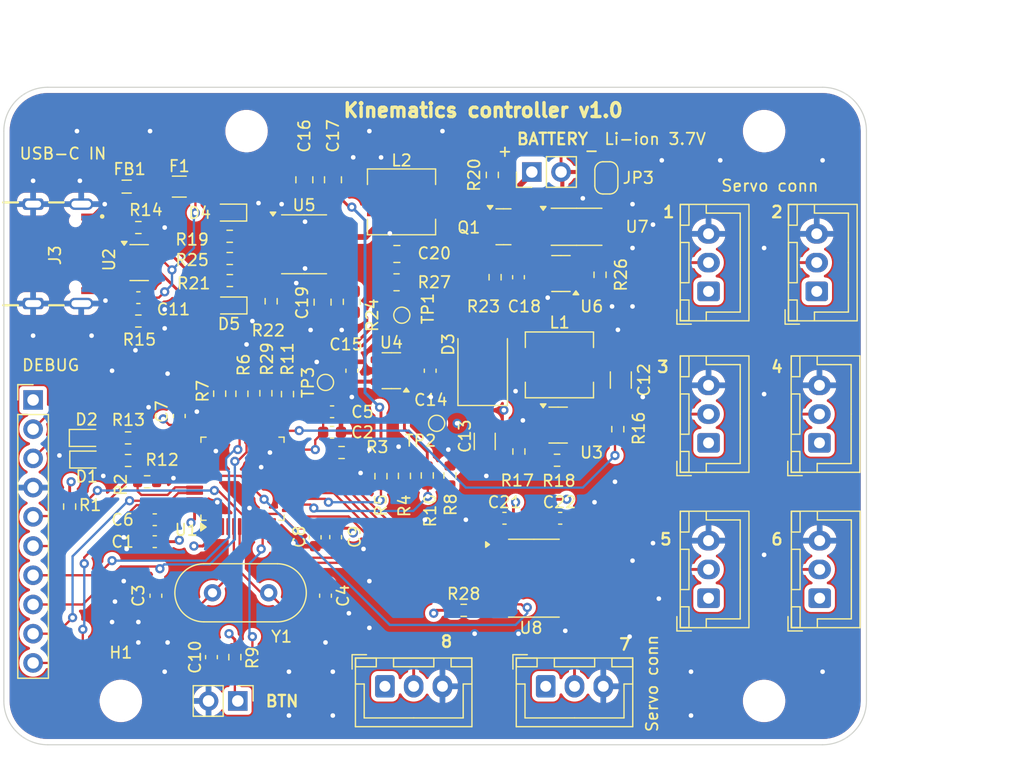
<source format=kicad_pcb>
(kicad_pcb (version 20240108) (generator "pcbnew") (generator_version "8.0")
  (layers (0 "F.Cu" signal) (1 "In1.Cu" signal) (2 "In2.Cu" signal) (31 "B.Cu" signal) (34 "B.Paste" user) (35 "F.Paste" user) (36 "B.SilkS" user "B.Silkscreen") (37 "F.SilkS" user "F.Silkscreen") (38 "B.Mask" user) (39 "F.Mask" user) (44 "Edge.Cuts" user))
  (net 0 "")
  (net 1 "GND")
  (net 2 "+3V3")
  (net 3 "Net-(U1-PD1)")
  (net 4 "Net-(U1-PD0)")
  (net 5 "/ACTION_BTN")
  (net 6 "VBUS")
  (net 7 "/VBAT")
  (net 8 "+5V")
  (net 9 "Net-(U6-VCC)")
  (net 10 "/Battery/BAT-")
  (net 11 "Net-(U5-BAT)")
  (net 12 "Net-(D3-A)")
  (net 13 "Net-(F1-Pad1)")
  (net 14 "Net-(FB1-Pad1)")
  (net 16 "/USB/CC1")
  (net 17 "/USB/CC2")
  (net 19 "/Servos/SV1_DIN_5V")
  (net 20 "/Servos/SV4_DIN_5V")
  (net 21 "/Servos/SV7_DIN_5V")
  (net 22 "/Servos/SV2_DIN_5V")
  (net 23 "/Servos/SV5_DIN_5V")
  (net 24 "/Servos/SV8_DIN_5V")
  (net 25 "/Servos/SV3_DIN_5V")
  (net 26 "/Servos/SV6_DIN_5V")
  (net 27 "Net-(U5-SW)")
  (net 28 "Net-(Q1-G)")
  (net 29 "/RESET")
  (net 30 "/BOOT0")
  (net 31 "/BOOT1")
  (net 32 "Net-(U1-PA11)")
  (net 33 "Net-(U1-PA12)")
  (net 34 "/5V_EN")
  (net 35 "Net-(U3-FB)")
  (net 36 "Net-(D4-A)")
  (net 37 "Net-(U5-D1)")
  (net 38 "Net-(D5-A)")
  (net 39 "Net-(U5-D2)")
  (net 40 "Net-(U5-NTC)")
  (net 41 "Net-(U5-ICHG)")
  (net 42 "Net-(U5-TEST)")
  (net 43 "Net-(U6-CS)")
  (net 44 "Net-(U8-OE)")
  (net 47 "/SV5_DIN")
  (net 49 "/I2C_SDA")
  (net 50 "/STAT2")
  (net 52 "/UART_TX")
  (net 53 "/SV1_DIN")
  (net 54 "/SV8_DIN")
  (net 58 "/SWDCLK")
  (net 60 "/STAT1")
  (net 61 "/SV2_DIN")
  (net 62 "/UART_RX")
  (net 63 "/I2C_SCL")
  (net 64 "/SV6_DIN")
  (net 65 "/SV3_DIN")
  (net 66 "/SV4_DIN")
  (net 67 "/SWDIO")
  (net 68 "/SV7_DIN")
  (net 71 "Net-(U6-OD)")
  (net 73 "Net-(U6-OC)")
  (net 74 "Net-(D1-A)")
  (net 75 "Net-(D2-A)")
  (net 78 "/USB/USB_DN_IN")
  (net 79 "/USB/USB_DP_IN")
  (net 80 "Net-(U1-PA8)")
  (net 81 "Net-(J4-Pin_1)")
  (net 82 "Net-(U1-PA5)")
  (net 83 "Net-(U1-PA4)")
  (net 85 "/USB_DP")
  (net 86 "/USB_DN")
  (footprint "Package_TO_SOT_SMD:SOT-23" (layer "F.Cu") (at 193.259686 64.196)
    (property "Reference" "Q1")
    (property "Value" "AO3415A")
  )
  (footprint "TestPoint:TestPoint_Pad_D1.0mm" (layer "F.Cu") (at 184.430062 71.882)
    (property "Reference" "TP1")
    (property "Value" "TestPoint")
  )
  (footprint "TestPoint:TestPoint_Pad_D1.0mm" (layer "F.Cu") (at 187.452 81.28)
    (property "Reference" "TP2")
    (property "Value" "TestPoint")
  )
  (footprint "LED_SMD:LED_0603_1608Metric" (layer "F.Cu") (at 169.489943 71.036771 180)
    (property "Reference" "D5")
    (property "Value" "LED_GREEN")
  )
  (footprint "MountingHole:MountingHole_3.2mm_M3" (layer "F.Cu") (at 215.9 55.88)
    (property "Reference" "H3" (hide yes))
    (property "Value" "MountingHole")
  )
  (footprint "Resistor_SMD:R_0603_1608Metric" (layer "F.Cu") (at 168.606971 78.702174 -90)
    (property "Reference" "R7")
    (property "Value" "22R")
  )
  (footprint "LED_SMD:LED_0603_1608Metric" (layer "F.Cu") (at 157.071416 84.429645)
    (property "Reference" "D1")
    (property "Value" "LED_ORANGE")
  )
  (footprint "Package_SO:TSSOP-8_4.4x3mm_P0.65mm" (layer "F.Cu") (at 199.609686 64.196)
    (property "Reference" "U7")
    (property "Value" "AO8810")
  )
  (footprint "Resistor_SMD:R_0603_1608Metric" (layer "F.Cu") (at 184.658 85.852 90)
    (property "Reference" "R4")
    (property "Value" "10K")
  )
  (footprint "Resistor_SMD:R_0603_1608Metric" (layer "F.Cu") (at 174.498 78.74 -90)
    (property "Reference" "R11")
    (property "Value" "1.5K")
  )
  (footprint "Connector_JST:JST_XH_B3B-XH-A_1x03_P2.50mm_Vertical" (layer "F.Cu") (at 211.074 82.978 90)
    (property "Reference" "J11" (hide yes))
    (property "Value" "SERVO3")
  )
  (footprint "Resistor_SMD:R_0603_1608Metric" (layer "F.Cu") (at 170.539199 78.710904 -90)
    (property "Reference" "R6")
    (property "Value" "22R")
  )
  (footprint "Capacitor_SMD:C_0805_2012Metric" (layer "F.Cu") (at 178.449495 60.11054 90)
    (property "Reference" "C17")
    (property "Value" "22uF	")
  )
  (footprint "Connector_JST:JST_XH_B3B-XH-A_1x03_P2.50mm_Vertical" (layer "F.Cu") (at 196.93 104.14)
    (property "Reference" "J7" (hide yes))
    (property "Value" "SERVO7")
  )
  (footprint "Connector_JST:JST_XH_B3B-XH-A_1x03_P2.50mm_Vertical" (layer "F.Cu") (at 220.709 82.978 90)
    (property "Reference" "J6" (hide yes))
    (property "Value" "SERVO4")
  )
  (footprint "Capacitor_SMD:C_0603_1608Metric" (layer "F.Cu") (at 180.086 76.708 90)
    (property "Reference" "C15")
    (property "Value" "1uF")
  )
  (footprint "Resistor_SMD:R_0603_1608Metric" (layer "F.Cu") (at 162.306 86.36)
    (property "Reference" "R2")
    (property "Value" "10K")
  )
  (footprint "MountingHole:MountingHole_3.2mm_M3" (layer "F.Cu") (at 160.02 105.41)
    (property "Reference" "H1")
    (property "Value" "MountingHole")
  )
  (footprint "Resistor_SMD:R_0603_1608Metric" (layer "F.Cu") (at 182.617891 85.876287 -90)
    (property "Reference" "R5")
    (property "Value" "5.1K")
  )
  (footprint "Capacitor_SMD:C_0603_1608Metric" (layer "F.Cu") (at 167.894 101.604 90)
    (property "Reference" "C10")
    (property "Value" "100nF")
  )
  (footprint "Resistor_SMD:R_0603_1608Metric" (layer "F.Cu") (at 161.544 64.262)
    (property "Reference" "R14")
    (property "Value" "5.1K")
  )
  (footprint "Capacitor_SMD:C_0603_1608Metric" (layer "F.Cu") (at 176.903656 91.186 -90)
    (property "Reference" "C8")
    (property "Value" "1uF")
  )
  (footprint "Resistor_SMD:R_0603_1608Metric" (layer "F.Cu") (at 189.8065 97.536)
    (property "Reference" "R28")
    (property "Value" "10K")
  )
  (footprint "Resistor_SMD:R_0603_1608Metric" (layer "F.Cu") (at 169.487584 68.873888)
    (property "Reference" "R21")
    (property "Value" "100R")
  )
  (footprint "Resistor_SMD:R_0805_2012Metric" (layer "F.Cu") (at 180.086 70.718911 90)
    (property "Reference" "R24")
    (property "Value" "DNP")
  )
  (footprint "Fuse:Fuse_1206_3216Metric" (layer "F.Cu") (at 165.1 60.706)
    (property "Reference" "F1")
    (property "Value" "Polyfuse")
  )
  (footprint "Connector_JST:JST_XH_B3B-XH-A_1x03_P2.50mm_Vertical" (layer "F.Cu") (at 182.96 104.14)
    (property "Reference" "J10" (hide yes))
    (property "Value" "SERVO8")
  )
  (footprint "Inductor_SMD:L_Sunlord_MWSA0503S" (layer "F.Cu") (at 198.12 76.2 180)
    (property "Reference" "L1")
    (property "Value" "6.8uH")
  )
  (footprint "Connector_PinHeader_2.54mm:PinHeader_1x02_P2.54mm_Vertical" (layer "F.Cu") (at 170.18 105.414 -90)
    (property "Reference" "J2" (hide yes))
    (property "Value" "BTN")
  )
  (footprint "Package_SO:HSOP-8-1EP_3.9x4.9mm_P1.27mm_EP2.3x2.3mm" (layer "F.Cu") (at 175.93826 65.7179)
    (property "Reference" "U5")
    (property "Value" "IP2312")
  )
  (footprint "Inductor_SMD:L_0805_2012Metric" (layer "F.Cu") (at 160.528 60.706)
    (property "Reference" "FB1")
    (property "Value" "FerriteBead")
  )
  (footprint "Resistor_SMD:R_0603_1608Metric" (layer "F.Cu") (at 169.926 101.604 90)
    (property "Reference" "R9")
    (property "Value" "10K")
  )
  (footprint "Resistor_SMD:R_0603_1608Metric" (layer "F.Cu") (at 194.600618 83.730917 90)
    (property "Reference" "R17")
    (property "Value" "110K")
  )
  (footprint "Resistor_SMD:R_0603_1608Metric" (layer "F.Cu") (at 188.609005 85.811309 -90)
    (property "Reference" "R8")
    (property "Value" "10K")
  )
  (footprint "Package_TO_SOT_SMD:SOT-23-6" (layer "F.Cu") (at 161.614075 67.310411)
    (property "Reference" "U2")
    (property "Value" "USBLC6-2SC6")
  )
  (footprint "Package_QFP:LQFP-48_7x7mm_P0.5mm" (layer "F.Cu") (at 170.5895 86.094 90)
    (property "Reference" "U1")
    (property "Value" "STM32F103C8Tx")
  )
  (footprint "Capacitor_SMD:C_0603_1608Metric" (layer "F.Cu") (at 178.371 80.276)
    (property "Reference" "C5")
    (property "Value" "100nF")
  )
  (footprint "Resistor_SMD:R_0603_1608Metric" (layer "F.Cu") (at 197.915449 84.489868)
    (property "Reference" "R18")
    (property "Value" "15K")
  )
  (footprint "Package_SO:TSSOP-20_4.4x6.5mm_P0.65mm" (layer "F.Cu") (at 195.9025 94.742)
    (property "Reference" "U8")
    (property "Value" "TXS0108EPW")
  )
  (footprint "Capacitor_SMD:C_1206_3216Metric" (layer "F.Cu") (at 203.454 77.519 -90)
    (property "Reference" "C12")
    (property "Value" "22uF")
  )
  (footprint "Capacitor_SMD:C_0805_2012Metric" (layer "F.Cu") (at 175.963372 60.11054 90)
    (property "Reference" "C16")
    (property "Value" "10uF")
  )
  (footprint "Resistor_SMD:R_0603_1608Metric" (layer "F.Cu") (at 160.655 84.509645 180)
    (property "Reference" "R12")
    (property "Value" "100R")
  )
  (footprint "Connector_PinHeader_2.54mm:PinHeader_1x02_P2.54mm_Vertical" (layer "F.Cu") (at 195.721186 59.436 90)
    (property "Reference" "J4" (hide yes))
    (property "Value" "BAT IN")
  )
  (footprint "LED_SMD:LED_0603_1608Metric" (layer "F.Cu") (at 157.035 82.55)
    (property "Reference" "D2")
    (property "Value" "LED_GREEN")
  )
  (footprint "Connector_JST:JST_XH_B3B-XH-A_1x03_P2.50mm_Vertical" (layer "F.Cu") (at 211.074 69.81 90)
    (property "Reference" "J5" (hide yes))
    (property "Value" "SERVO1")
  )
  (footprint "Resistor_SMD:R_0603_1608Metric" (layer "F.Cu") (at 173.07926 70.6709 -90)
    (property "Reference" "R22")
    (property "Value" "51K")
  )
  (footprint "Connector_PinHeader_2.54mm:PinHeader_1x10_P2.54mm_Vertical" (layer "F.Cu") (at 152.4 79.248)
    (property "Reference" "J1" (hide yes))
    (property "Value" "DEBUG")
  )
  (footprint "Resistor_SMD:R_0603_1608Metric" (layer "F.Cu") (at 192.291686 59.69 90)
    (property "Reference" "R20")
    (property "Value" "10K")
  )
  (footprint "Capacitor_SMD:C_0603_1608Metric" (layer "F.Cu") (at 193.3495 89.535 180)
    (property "Reference" "C21")
    (property "Value" "100nF")
  )
  (footprint "Connector_JST:JST_XH_B3B-XH-A_1x03_P2.50mm_Vertical" (layer "F.Cu") (at 220.472 69.81 90)
    (property "Reference" "J8" (hide yes))
    (property "Value" "SERVO2")
  )
  (footprint "Capacitor_SMD:C_0603_1608Metric" (layer "F.Cu") (at 178.681656 91.173 -90)
    (property "Reference" "C9")
    (property "Value" "100nF")
  )
  (footprint "Capacitor_SMD:C_0603_1608Metric" (layer "F.Cu") (at 186.894665 76.708 -90)
    (property "Reference" "C14")
    (property "Value" "1uF")
  )
  (footprint "Resistor_SMD:R_0805_2012Metric" (layer "F.Cu") (at 183.973438 69.022)
    (property "Reference" "R27")
    (property "Value" "0.5R")
  )
  (footprint "Capacitor_SMD:C_0603_1608Metric" (layer "F.Cu") (at 163.068 96.266 90)
    (property "Reference" "C3")
    (property "Value" "20pF")
  )
  (footprint "Resistor_SMD:R_0603_1608Metric" (layer "F.Cu") (at 161.544 72.39)
    (property "Reference" "R15")
    (property "Value" "5.1K")
  )
  (footprint "Package_TO_SOT_SMD:SOT-23-6" (layer "F.Cu") (at 198.008821 81.434101)
    (property "Reference" "U3")
    (property "Value" "MT3608B")
  )
  (footprint "Resistor_SMD:R_0603_1608Metric" (layer "F.Cu") (at 169.477388 65.024)
    (property "Reference" "R19")
    (property "Value" "100R")
  )
  (footprint "Resistor_SMD:R_0603_1608Metric" (layer "F.Cu") (at 179.197 83.82)
    (property "Reference" "R3")
    (property "Value" "10K")
  )
  (footprint "Capacitor_SMD:C_0603_1608Metric" (layer "F.Cu") (at 161.544 70.358 180)
    (property "Reference" "C11")
    (property "Value" "100nF")
  )
  (footprint "Resistor_SMD:R_0603_1608Metric" (layer "F.Cu") (at 192.532 68.58 90)
    (property "Reference" "R23")
    (property "Value" "100R")
  )
  (footprint "Package_TO_SOT_SMD:SOT-23-6" (layer "F.Cu") (at 198.2525 68.26 180)
    (property "Reference" "U6")
    (property "Value" "DW01")
  )
  (footprint "TestPoint:TestPoint_Pad_D1.0mm" (layer "F.Cu") (at 177.8 77.724 -90)
    (property "Reference" "TP3")
    (property "Value" "TestPoint")
  )
  (footprint "Crystal:Crystal_HC49-4H_Vertical" (layer "F.Cu") (at 167.984 96.012)
    (property "Reference" "Y1")
    (property "Value" "8MHz")
  )
  (footprint "Capacitor_SMD:C_1206_3216Metric" (layer "F.Cu") (at 191.633708 82.854775 -90)
    (property "Reference" "C13")
    (property "Value" "22uF")
  )
  (footprint "MountingHole:MountingHole_3.2mm_M3" (layer "F.Cu") (at 215.9 105.41)
    (property "Reference" "H2" (hide yes))
    (property "Value" "MountingHole")
  )
  (footprint "Capacitor_SMD:C_0603_1608Metric" (layer "F.Cu") (at 178.371 82.054)
    (property "Reference" "C2")
    (property "Value" "1uF")
  )
  (footprint "Capacitor_SMD:C_0603_1608Metric" (layer "F.Cu") (at 162.9695 89.662 180)
    (property "Reference" "C6")
    (property "Value" "100nF")
  )
  (footprint "Resistor_SMD:R_0603_1608Metric" (layer "F.Cu") (at 160.655 82.55 180)
    (property "Reference" "R13")
    (property "Value" "100R")
  )
  (footprint "Inductor_SMD:L_Sunlord_MWSA0503S" (layer "F.Cu") (at 184.404 62.030035)
    (property "Reference" "L2")
    (property "Value" "2.2uH")
  )
  (footprint "LED_SMD:LED_0603_1608Metric" (layer "F.Cu") (at 169.464387 62.963537 180)
    (property "Reference" "D4")
    (property "Value" "LED_ORANGE")
  )
  (footprint "Resistor_SMD:R_0603_1608Metric" (layer "F.Cu") (at 172.6215 78.665 -90)
    (property "Reference" "R29")
    (property "Value" "DNP")
  )
  (footprint "Connector_JST:JST_XH_B3B-XH-A_1x03_P2.50mm_Vertical" (layer "F.Cu") (at 220.726 96.48 90)
    (property "Reference" "J12" (hide yes))
    (property "Value" "SERVO6")
  )
  (footprint "Capacitor_SMD:C_0603_1608Metric" (layer "F.Cu") (at 165.1 80.645 90)
    (property "Reference" "C7")
    (property "Value" "100nF")
  )
  (footprint "Capacitor_SMD:C_0805_2012Metric" (layer "F.Cu") (at 183.998551 66.560989 180)
    (property "Reference" "C20")
    (property "Value" "22uF	")
  )
  (footprint "Jumper:SolderJumper-2_P1.3mm_Open_RoundedPad1.0x1.5mm" (layer "F.Cu") (at 202.197686 59.944 90)
    (property "Reference" "JP3")
    (property "Value" "SJ2_open")
  )
  (footprint "Resistor_SMD:R_0603_1608Metric" (layer "F.Cu") (at 186.641426 85.816328 -90)
    (property "Reference" "R10")
    (property "Value" "5.1K")
  )
  (footprint "Capacitor_SMD:C_0805_2012Metric" (layer "F.Cu") (at 177.546 70.747675 -90)
    (property "Reference" "C19")
    (property "Value" "22uF	")
  )
  (footprint "Resistor_SMD:R_0603_1608Metric" (layer "F.Cu") (at 155.575 88.519 -90)
    (property "Reference" "R1")
    (property "Value" "10K")
  )
  (footprint "Capacitor_SMD:C_0603_1608Metric" (layer "F.Cu") (at 198.1885 89.535)
    (property "Reference" "C22")
    (property "Value" "100nF")
  )
  (footprint "Package_TO_SOT_SMD:SOT-23-5" (layer "F.Cu") (at 183.5205 76.708 180)
    (property "Reference" "U4")
    (property "Value" "LP5907MFX-3.3/NOPB")
  )
  (footprint "Diode_SMD:D_SMB" (layer "F.Cu") (at 191.454495 76.06896 90)
    (property "Reference" "D3")
    (property "Value" "SS54")
  )
  (footprint "Resistor_SMD:R_0603_1608Metric" (layer "F.Cu") (at 201.648022 68.367472 -90)
    (property "Reference" "R26")
    (property "Value" "1K")
  )
  (footprint "Connector_JST:JST_XH_B3B-XH-A_1x03_P2.50mm_Vertical" (layer "F.Cu") (at 211.074 96.48 90)
    (property "Reference" "J9" (hide yes))
    (property "Value" "SERVO5")
  )
  (footprint "Capacitor_SMD:C_0603_1608Metric" (layer "F.Cu") (at 177.8 96.266 90)
    (property "Reference" "C4")
    (property "Value" "20pF")
  )
  (footprint "Capacitor_SMD:C_0603_1608Metric" (layer "F.Cu") (at 194.564 68.58 90)
    (property "Reference" "C18")
    (property "Value" "100nF")
  )
  (footprint "Capacitor_SMD:C_0603_1608Metric" (layer "F.Cu") (at 162.9695 91.567 180)
    (property "Reference" "C1")
    (property "Value" "100nF")
  )
  (footprint "Resistor_SMD:R_0603_1608Metric" (layer "F.Cu") (at 203.193 81.788 -90)
    (property "Reference" "R16")
    (property "Value" "DNP")
  )
  (footprint "footprints:GCT_USB4105GFA120" (layer "F.Cu") (at 152.4 66.548 -90)
    (property "Reference" "J3")
    (property "Value" "USB4105GFA120")
  )
  (footprint "MountingHole:MountingHole_3.2mm_M3" (layer "F.Cu") (at 170.942 55.88)
    (property "Reference" "H4" (hide yes))
    (property "Value" "MountingHole")
  )
  (footprint "Resistor_SMD:R_0603_1608Metric" (layer "F.Cu") (at 169.481 66.953202 180)
    (property "Reference" "R25")
    (property "Value" "1K")
  )
  (gr_arc (start 220.98 52.07) (mid 223.674077 53.185923) (end 224.79 55.88) (stroke (width 0.1)) (layer "Edge.Cuts"))
  (gr_line (start 149.86 105.41) (end 149.86 55.88) (stroke (width 0.1)) (layer "Edge.Cuts"))
  (gr_line (start 224.79 55.88) (end 224.79 105.41) (stroke (width 0.1)) (layer "Edge.Cuts"))
  (gr_line (start 220.98 109.22) (end 153.67 109.22) (stroke (width 0.1)) (layer "Edge.Cuts"))
  (gr_arc (start 149.86 55.88) (mid 150.975923 53.185923) (end 153.67 52.07) (stroke (width 0.1)) (layer "Edge.Cuts"))
  (gr_arc (start 153.67 109.22) (mid 150.975923 108.104077) (end 149.86 105.41) (stroke (width 0.1)) (layer "Edge.Cuts"))
  (gr_line (start 153.67 52.07) (end 220.98 52.07) (stroke (width 0.1)) (layer "Edge.Cuts"))
  (gr_arc (start 224.79 105.41) (mid 223.674077 108.104077) (end 220.98 109.22) (stroke (width 0.1)) (layer "Edge.Cuts"))
  (gr_text "Kinematics controller v1.0" (at 179.212073 54.770199 0) (layer "F.SilkS") (effects (font (size 1.2 1.2) (thickness 0.3) (bold yes)) (justify left bottom)))
  (gr_text "+" (at 192.667889 58.187875 0) (layer "F.SilkS") (effects (font (size 1 1)) (justify left bottom)))
  (gr_text "BTN" (at 172.494561 106.019144 0) (layer "F.SilkS") (effects (font (size 1 1) (thickness 0.2) (bold yes)) (justify left bottom)))
  (gr_text "6" (at 216.408 91.948 0) (layer "F.SilkS") (effects (font (size 1 1) (thickness 0.2) (bold yes)) (justify left bottom)))
  (gr_text "Li-ion 3.7V" (at 201.93 57.15 0) (layer "F.SilkS") (effects (font (size 1 1) (thickness 0.15) (bold yes)) (justify left bottom)))
  (gr_text "USB-C IN" (at 151.13 58.42 0) (layer "F.SilkS") (effects (font (size 1 1) (thickness 0.15) (bold yes)) (justify left bottom)))
  (gr_text "Servo conn" (at 206.756 108.204 90) (layer "F.SilkS") (effects (font (size 1 1) (thickness 0.15) (bold yes)) (justify left bottom)))
  (gr_text "DEBUG" (at 151.353604 76.815406 0) (layer "F.SilkS") (effects (font (size 1 1)) (justify left bottom)))
  (gr_text "3" (at 206.502 76.962 0) (layer "F.SilkS") (effects (font (size 1 1) (thickness 0.2) (bold yes)) (justify left bottom)))
  (gr_text "4" (at 216.408 76.962 0) (layer "F.SilkS") (effects (font (size 1 1) (thickness 0.2) (bold yes)) (justify left bottom)))
  (gr_text "1" (at 207.01 63.5 0) (layer "F.SilkS") (effects (font (size 1 1) (thickness 0.2) (bold yes)) (justify left bottom)))
  (gr_text "-" (at 200.194358 58.142501 0) (layer "F.SilkS") (effects (font (size 1 1) (thickness 0.15) (bold yes)) (justify left bottom)))
  (gr_text "8" (at 187.706 100.838 0) (layer "F.SilkS") (effects (font (size 1 1) (thickness 0.2) (bold yes)) (justify left bottom)))
  (gr_text "BATTERY" (at 194.31 57.15 0) (layer "F.SilkS") (effects (font (size 1 1) (thickness 0.2) (bold yes)) (justify left bottom)))
  (gr_text "5" (at 206.756 91.948 0) (layer "F.SilkS") (effects (font (size 1 1) (thickness 0.2) (bold yes)) (justify left bottom)))
  (gr_text "2" (at 216.408 63.5 0) (layer "F.SilkS") (effects (font (size 1 1) (thickness 0.2) (bold yes)) (justify left bottom)))
  (gr_text "7" (at 203.2 101.092 0) (layer "F.SilkS") (effects (font (size 1 1) (thickness 0.2) (bold yes)) (justify left bottom)))
  (gr_text "Servo conn" (at 212.09 61.214 0) (layer "F.SilkS") (effects (font (size 1 1) (thickness 0.15) (bold yes)) (justify left bottom)))
  (segment (start 163.83 71.374) (end 161.785 71.374) (width 0.2) (layer "F.Cu") (net 1))
  (segment (start 161.544 68.834) (end 161.544 67.818) (width 0.2) (layer "F.Cu") (net 1))
  (segment (start 168.3395 83.6285) (end 168.3395 81.9315) (width 0.2) (layer "F.Cu") (net 1))
  (segment (start 166.427 88.344) (end 168.196 88.344) (width 0.2) (layer "F.Cu") (net 1))
  (segment (start 157.155 63.348) (end 157.505 63.348) (width 0.3) (layer "F.Cu") (net 1))
  (segment (start 186.119665 76.708) (end 186.894665 77.483) (width 0.25) (layer "F.Cu") (net 1))
  (segment (start 164.276 86.36) (end 164.592 86.044) (width 0.2) (layer "F.Cu") (net 1))
  (segment (start 161.785 71.374) (end 160.769 70.358) (width 0.2) (layer "F.Cu") (net 1))
  (segment (start 172.974 83.82) (end 174.728 83.82) (width 0.2) (layer "F.Cu") (net 1))
  (segment (start 163.131 86.36) (end 164.276 86.36) (width 0.2) (layer "F.Cu") (net 1))
  (segment (start 174.728 83.82) (end 174.752 83.844) (width 0.2) (layer "F.Cu") (net 1))
  (segment (start 184.658 76.708) (end 186.119665 76.708) (width 0.25) (layer "F.Cu") (net 1))
  (segment (start 158.685 70.612) (end 157.821 69.748) (width 0.25) (layer "F.Cu") (net 1))
  (segment (start 160.769 69.609) (end 161.544 68.834) (width 0.2) (layer "F.Cu") (net 1))
  (segment (start 168.275 83.693) (end 168.3395 83.6285) (width 0.2) (layer "F.Cu") (net 1))
  (segment (start 161.036411 67.310411) (end 160.476575 67.310411) (width 0.2) (layer "F.Cu") (net 1))
  (segment (start 171.3395 88.7895) (end 171.196 88.646) (width 0.2) (layer "F.Cu") (net 1))
  (segment (start 160.769 70.358) (end 160.769 69.609) (width 0.2) (layer "F.Cu") (net 1))
  (segment (start 168.196 88.344) (end 168.402 88.138) (width 0.2) (layer "F.Cu") (net 1))
  (segment (start 161.544 67.818) (end 161.036411 67.310411) (width 0.2) (layer "F.Cu") (net 1))
  (segment (start 157.821 69.748) (end 157.155 69.748) (width 0.25) (layer "F.Cu") (net 1))
  (segment (start 157.505 63.348) (end 158.623 62.23) (width 0.3) (layer "F.Cu") (net 1))
  (segment (start 171.3395 90.2565) (end 171.3395 88.7895) (width 0.2) (layer "F.Cu") (net 1))
  (via (at 180.848 85.598) (size 0.8) (drill 0.4) (layers "F.Cu" "B.Cu") (net 1))
  (via (at 177.038 75.946) (size 0.8) (drill 0.4) (layers "F.Cu" "B.Cu") (net 1))
  (via (at 176.022 63.754) (size 0.8) (drill 0.4) (layers "F.Cu" "B.Cu") (net 1))
  (via (at 179.206816 73.168438) (size 0.8) (drill 0.4) (layers "F.Cu" "B.Cu") (net 1))
  (via (at 204.47 93.218) (size 0.8) (drill 0.4) (layers "F.Cu" "B.Cu") (net 1))
  (via (at 198.628 99.314) (size 0.8) (drill 0.4) (layers "F.Cu" "B.Cu") (net 1))
  (via (at 215.9 78.74) (size 0.8) (drill 0.4) (layers "F.Cu" "B.Cu") (net 1))
  (via (at 181.61 55.88) (size 0.8) (drill 0.4) (layers "F.Cu" "B.Cu") (net 1))
  (via (at 172.212 85.09) (size 0.8) (drill 0.4) (layers "F.Cu" "B.Cu") (net 1))
  (via (at 157.48 73.66) (size 0.8) (drill 0.4) (layers "F.Cu" "B.Cu") (net 1))
  (via (at 159.512 96.774) (size 0.8) (drill 0.4) (layers "F.Cu" "B.Cu") (net 1))
  (via (at 182.626 58.166) (size 0.8) (drill 0.4) (layers "F.Cu" "B.Cu") (net 1))
  (via (at 203.2 73.152) (size 0.8) (drill 0.4) (layers "F.Cu" "B.Cu") (net 1))
  (via (at 202.946 86.36) (size 0.8) (drill 0.4) (layers "F.Cu" "B.Cu") (net 1))
  (via (at 181.61 83.566) (size 0.8) (drill 0.4) (layers "F.Cu" "B.Cu") (net 1))
  (via (at 186.944 78.994) (size 0.8) (drill 0.4) (layers "F.Cu" "B.Cu") (net 1))
  (via (at 194.945 81.026) (size 0.8) (drill 0.4) (layers "F.Cu" "B.Cu") (net 1))
  (via (at 160.274 91.186) (size 0.8) (drill 0.4) (layers "F.Cu" "B.Cu") (net 1))
  (via (at 189.992 89.662) (size 0.8) (drill 0.4) (layers "F.Cu" "B.Cu") (net 1))
  (via (at 163.83 71.374) (size 0.8) (drill 0.4) (layers "F.Cu" "B.Cu") (net 1))
  (via (at 163.83 73.025) (size 0.8) (drill 0.4) (layers "F.Cu" "B.Cu") (net 1))
  (via (at 194.31 78.486) (size 0.8) (drill 0.4) (layers "F.Cu" "B.Cu") (net 1))
  (via (at 201.168 88.138) (size 0.8) (drill 0.4) (layers "F.Cu" "B.Cu") (net 1))
  (via (at 184.15 83.312) (size 0.8) (drill 0.4) (layers "F.Cu" "B.Cu") (net 1))
  (via (at 171.196 88.646) (size 0.8) (drill 0.4) (layers "F.Cu" "B.Cu") (net 1))
  (via (at 154.686 84.074) (size 0.8) (drill 0.4) (layers "F.Cu" "B.Cu") (net 1))
  (via (at 159.258 98.552) (size 0.8) (drill 0.4) (layers "F.Cu" "B.Cu") (net 1))
  (via (at 187.96 55.88) (size 0.8) (drill 0.4) (layers "F.Cu" "B.Cu") (net 1))
  (via (at 159.258 76.708) (size 0.8) (drill 0.4) (layers "F.Cu" "B.Cu") (net 1))
  (via (at 175.006 91.694) (size 0.8) (drill 0.4) (layers "F.Cu" "B.Cu") (net 1))
  (via (at 204.47 66.04) (size 0.8) (drill 0.4) (layers "F.Cu" "B.Cu") (net 1))
  (via (at 206.248 64.008) (size 0.8) (drill 0.4) (layers "F.Cu" "B.Cu") (net 1))
  (via (at 174.625 102.87) (size 0.8) (drill 0.4) (layers "F.Cu" "B.Cu") (net 1))
  (via (at 161.544 100.33) (size 0.8) (drill 0.4) (layers "F.Cu" "B.Cu") (net 1))
  (via (at 220.98 58.42) (size 0.8) (drill 0.4) (layers "F.Cu" "B.Cu") (net 1))
  (via (at 176.505728 73.168438) (size 0.8) (drill 0.4) (layers "F.Cu" "B.Cu") (net 1))
  (via (at 215.9 92.71) (size 0.8) (drill 0.4) (layers "F.Cu" "B.Cu") (net 1))
  (via (at 212.09 58.42) (size 0.8) (drill 0.4) (layers "F.Cu" "B.Cu") (net 1))
  (via (at 164.084 76.962) (size 0.8) (drill 0.4) (layers "F.Cu" "B.Cu") (net 1))
  (via (at 180.086 78.994) (size 0.8) (drill 0.4) (layers "F.Cu" "B.Cu") (net 1))
  (via (at 160.528 92.202) (size 0.8) (drill 0.4) (layers "F.Cu" "B.Cu") (net 1))
  (via (at 186.436 89.662) (size 0.8) (drill 0.4) (layers "F.Cu" "B.Cu") (net 1))
  (via (at 175.26 69.088) (size 0.8) (drill 0.4) (layers "F.Cu" "B.Cu") (net 1))
  (via (at 166.624 80.264) (size 0.8) (drill 0.4) (layers "F.Cu" "B.Cu") (net 1))
  (via (at 162.433 79.883) (size 0.8) (drill 0.4) (layers "F.Cu" "B.Cu") (net 1))
  (via (at 156.464 60.198) (size 0.8) (drill 0.4) (layers "F.Cu" "B.Cu") (net 1))
  (via (at 191.77 85.852) (size 0.8) (drill 0.4) (layers "F.Cu" "B.Cu") (net 1))
  (via (at 178.435 106.68) (size 0.8) (drill 0.4) (layers "F.Cu" "B.Cu") (net 1))
  (via (at 181.102 92.202) (size 0.8) (drill 0.4) (layers "F.Cu" "B.Cu") (net 1))
  (via (at 179.832 97.79) (size 0.8) (drill 0.4) (layers "F.Cu" "B.Cu") (net 1))
  (via (at 161.29 74.93) (size 0.8) (drill 0.4) (layers "F.Cu" "B.Cu") (net 1))
  (via (at 158.496 85.852) (size 0.8) (drill 0.4) (layers "F.Cu" "B.Cu") (net 1))
  (via (at 220.98 102.87) (size 0.8) (drill 0.4) (layers "F.Cu" "B.Cu") (net 1))
  (via (at 168.275 83.693) (size 0.8) (drill 0.4) (layers "F.Cu" "B.Cu") (net 1))
  (via (at 206.248 91.694) (size 0.8) (drill 0.4) (layers "F.Cu" "B.Cu") (net 1))
  (via (at 152.4 60.198) (size 0.8) (drill 0.4) (layers "F.Cu" "B.Cu") (net 1))
  (via (at 188.468 83.566) (size 0.8) (drill 0.4) (layers "F.Cu" "B.Cu") (net 1))
  (via (at 204.47 62.23) (size 0.8) (drill 0.4) (layers "F.Cu" "B.Cu") (net 1))
  (via (at 178.435 102.87) (size 0.8) (drill 0.4) (layers "F.Cu" "B.Cu") (net 1))
  (via (at 180.207433 58.16113) (size 0.8) (drill 0.4) (layers "F.Cu" "B.Cu") (net 1))
  (via (at 158.685 70.612) (size 0.8) (drill 0.4) (layers "F.Cu" "B.Cu") (net 1))
  (via (at 163.83 102.87) (size 0.8) (drill 0.4) (layers "F.Cu" "B.Cu") (net 1))
  (via (at 190.754 99.568) (size 0.8) (drill 0.4) (layers "F.Cu" "B.Cu") (net 1))
  (via (at 197.104 70.358) (size 0.8) (drill 0.4) (layers "F.Cu" "B.Cu") (net 1))
  (via (at 168.402 88.138) (size 0.8) (drill 0.4) (layers "F.Cu" "B.Cu") (net 1))
  (via (at 204.47 71.12) (size 0.8) (drill 0.4) (layers "F.Cu" "B.Cu") (net 1))
  (via (at 156.21 55.88) (size 0.8) (drill 0.4) (layers "F.Cu" "B.Cu") (net 1))
  (via (at 171.981464 62.13695) (size 0.8) (drill 0.4) (layers "F.Cu" "B.Cu") (net 1))
  (via (at 177.8 100.33) (size 0.8) (drill 0.4) (layers "F.Cu" "B.Cu") (net 1))
  (via (at 181.61 94.996) (size 0.8) (drill 0.4) (layers "F.Cu" "B.Cu") (net 1))
  (via (at 200.152 61.722) (size 0.8) (drill 0.4) (layers "F.Cu" "B.Cu") (net 1))
  (via (at 176.022 67.818) (size 0.8) (drill 0.4) (layers "F.Cu" "B.Cu") (net 1))
  (via (at 164.084 100.33) (size 0.8) (drill 0.4) (layers "F.Cu" "B.Cu") (net 1))
  (via (at 209.55 106.68) (size 0.8) (drill 0.4) (layers "F.Cu" "B.Cu") (net 1))
  (via (at 209.55 102.87) (size 0.8) (drill 0.4) (layers "F.Cu" "B.Cu") (net 1))
  (via (at 194.564 99.568) (size 0.8) (drill 0.4) (layers "F.Cu" "B.Cu") (net 1))
  (via (at 174.625 106.68) (size 0.8) (drill 0.4) (layers "F.Cu" "B.Cu") (net 1))
  (via (at 164.592 86.044) (size 0.8) (drill 0.4) (layers "F.Cu" "B.Cu") (net 1))
  (via (at 170.942 74.422) (size 0.8) (drill 0.4) (layers "F.Cu" "B.Cu") (net 1))
  (via (at 183.388 64.77) (size 0.8) (drill 0.4) (layers "F.Cu" "B.Cu") (net 1))
  (via (at 204.216 99.822) (size 0.8) (drill 0.4) (layers "F.Cu" "B.Cu") (net 1))
  (via (at 161.544 98.552) (size 0.8) (drill 0.4) (layers "F.Cu" "B.Cu") (net 1))
  (via (at 202.692 71.12) (size 0.8) (drill 0.4) (layers "F.Cu" "B.Cu") (net 1))
  (via (at 152.4 73.66) (size 0.8) (drill 0.4) (layers "F.Cu" "B.Cu") (net 1))
  (via (at 160.274 94.996) (size 0.8) (drill 0.4) (layers "F.Cu" "B.Cu") (net 1))
  (via (at 173.99 62.23) (size 0.8) (drill 0.4) (layers "F.Cu" "B.Cu") (net 1))
  (via (at 207.01 58.42) (size 0.8) (drill 0.4) (layers "F.Cu" "B.Cu") (net 1))
  (via (at 158.623 62.23) (size 0.8) (drill 0.4) (layers "F.Cu" "B.Cu") (net 1))
  (via (at 206.756 96.52) (size 0.8) (drill 0.4) (layers "F.Cu" "B.Cu") (net 1))
  (via (at 181.61 99.06) (size 0.8) (drill 0.4) (layers "F.Cu" "B.Cu") (net 1))
  (via (at 171.45 72.39) (size 0.8) (drill 0.4) (layers "F.Cu" "B.Cu") (net 1))
  (via (at 163.83 64.262) (size 0.8) (drill 0.4) (layers "F.Cu" "B.Cu") (net 1))
  (via (at 162.56 55.88) (size 0.8) (drill 0.4) (layers "F.Cu" "B.Cu") (net 1))
  (via (at 172.974 83.82) (size 0.8) (drill 0.4) (layers "F.Cu" "B.Cu") (net 1))
  (via (at 205.359 78.994) (size 0.8) (drill 0.4) (layers "F.Cu" "B.Cu") (net 1))
  (via (at 215.9 66.04) (size 0.8) (drill 0.4) (layers "F.Cu" "B.Cu") (net 1))
  (segment (start 163.7445 91.567) (end 164.973 91.567) (width 0.25) (layer "F.Cu") (net 2))
  (segment (start 169.926 100.779) (end 169.926 100.076) (width 0.25) (layer "F.Cu") (net 2))
  (segment (start 182.383 77.658) (end 177.866 77.658) (width 0.35) (layer "F.Cu") (net 2))
  (segment (start 177.596 80.276) (end 175.526 80.276) (width 0.2) (layer "F.Cu") (net 2))
  (segment (start 166.37 91.948) (end 167.132 91.948) (width 0.25) (layer "F.Cu") (net 2))
  (segment (start 174.815 79.565) (end 174.498 79.565) (width 0.2) (layer "F.Cu") (net 2))
  (segment (start 175.526 80.276) (end 174.815 79.565) (width 0.2) (layer "F.Cu") (net 2))
  (segment (start 169.926 100.076) (end 169.418 99.568) (width 0.25) (layer "F.Cu") (net 2))
  (segment (start 171.8395 89.48659) (end 172.17209 89.154) (width 0.2) (layer "F.Cu") (net 2))
  (segment (start 194.818 91.44) (end 194.818 90.2285) (width 0.25) (layer "F.Cu") (net 2))
  (segment (start 164.224 81.42) (end 163.703 80.899) (width 0.2) (layer "F.Cu") (net 2))
  (segment (start 177.596 82.054) (end 177.596 80.276) (width 0.2) (layer "F.Cu") (net 2))
  (segment (start 166.427 88.844) (end 166.427 89.605) (width 0.25) (layer "F.Cu") (net 2))
  (segment (start 173.79209 89.154) (end 175.04909 90.411) (width 0.2) (layer "F.Cu") (net 2))
  (segment (start 167.8395 91.2405) (end 167.8395 90.2565) (width 0.25) (layer "F.Cu") (net 2))
  (segment (start 177.596 77.928) (end 177.8 77.724) (width 0.2) (layer "F.Cu") (net 2))
  (segment (start 188.9815 97.536) (end 187.452 97.536) (width 0.25) (layer "F.Cu") (net 2))
  (segment (start 177.596 80.276) (end 177.596 77.928) (width 0.2) (layer "F.Cu") (net 2))
  (segment (start 171.8395 90.2565) (end 171.8395 89.48659) (width 0.2) (layer "F.Cu") (net 2))
  (segment (start 178.681656 90.398) (end 179.806 90.398) (width 0.25) (layer "F.Cu") (net 2))
  (segment (start 179.806 90.398) (end 180.213 90.805) (width 0.25) (layer "F.Cu") (net 2))
  (segment (start 193.791 92.467) (end 194.818 91.44) (width 0.25) (layer "F.Cu") (net 2))
  (segment (start 165.1 81.42) (end 164.224 81.42) (width 0.2) (layer "F.Cu") (net 2))
  (segment (start 167.132 91.948) (end 167.8395 91.2405) (width 0.25) (layer "F.Cu") (net 2))
  (segment (start 167.8395 81.9315) (end 167.328 81.42) (width 0.2) (layer "F.Cu") (net 2))
  (segment (start 167.328 81.42) (end 165.1 81.42) (width 0.2) (layer "F.Cu") (net 2))
  (segment (start 176.911 82.739) (end 177.596 82.054) (width 0.2) (layer "F.Cu") (net 2))
  (segment (start 155.575 87.694) (end 155.575 86.487) (width 0.25) (layer "F.Cu") (net 2))
  (segment (start 176.911 83.566) (end 176.911 82.739) (width 0.2) (layer "F.Cu") (net 2))
  (segment (start 194.818 90.2285) (end 194.1245 89.535) (width 0.25) (layer "F.Cu") (net 2))
  (segment (start 178.681656 90.183885) (end 176.916656 90.183885) (width 0.2) (layer "F.Cu") (net 2))
  (segment (start 193.04 92.467) (end 193.791 92.467) (width 0.25) (layer "F.Cu") (net 2))
  (segment (start 176.911 83.566) (end 175.74391 83.566) (width 0.2) (layer "F.Cu") (net 2))
  (segment (start 166.427 89.605) (end 166.116 89.916) (width 0.25) (layer "F.Cu") (net 2))
  (segment (start 194.1245 89.535) (end 194.1245 88.3235) (width 0.25) (layer "F.Cu") (net 2))
  (segment (start 155.575 86.487) (end 155.702 86.36) (width 0.25) (layer "F.Cu") (net 2))
  (segment (start 194.1245 88.3235) (end 194.31 88.138) (width 0.25) (layer "F.Cu") (net 2))
  (segment (start 175.52191 83.344) (end 174.752 83.344) (width 0.2) (layer "F.Cu") (net 2))
  (segment (start 187.452 97.536) (end 187.198 97.79) (width 0.25) (layer "F.Cu") (net 2))
  (segment (start 164.973 91.567) (end 165.1 91.44) (width 0.25) (layer "F.Cu") (net 2))
  (segment (start 172.17209 89.154) (end 173.79209 89.154) (width 0.2) (layer "F.Cu") (net 2))
  (segment (start 163.7445 91.567) (end 163.7445 89.662) (width 0.25) (layer "F.Cu") (net 2))
  (segment (start 177.866 77.658) (end 177.8 77.724) (width 0.35) (layer "F.Cu") (net 2))
  (segment (start 175.74391 83.566) (end 175.52191 83.344) (width 0.2) (layer "F.Cu") (net 2))
  (segment (start 176.916656 90.183885) (end 176.903656 90.196885) (width 0.2) (layer "F.Cu") (net 2))
  (segment (start 175.04909 90.411) (end 176.903656 90.411) (width 0.2) (layer "F.Cu") (net 2))
  (via (at 180.213 90.805) (size 0.8) (drill 0.4) (layers "F.Cu" "B.Cu") (net 2))
  (via (at 166.116 89.916) (size 0.8) (drill 0.4) (layers "F.Cu" "B.Cu") (net 2))
  (via (at 169.418 99.568) (size 0.8) (drill 0.4) (layers "F.Cu" "B.Cu") (net 2))
  (via (at 165.1 91.44) (size 0.8) (drill 0.4) (layers "F.Cu" "B.Cu") (net 2))
  (via (at 155.702 86.36) (size 0.8) (drill 0.4) (layers "F.Cu" "B.Cu") (net 2))
  (via (at 187.198 97.79) (size 0.8) (drill 0.4) (layers "F.Cu" "B.Cu") (net 2))
  (via (at 176.911 83.566) (size 0.8) (drill 0.4) (layers "F.Cu" "B.Cu") (net 2))
  (via (at 166.37 91.948) (size 0.8) (drill 0.4) (layers "F.Cu" "B.Cu") (net 2))
  (via (at 194.31 88.138) (size 0.8) (drill 0.4) (layers "F.Cu" "B.Cu") (net 2))
  (via (at 163.703 80.899) (size 0.8) (drill 0.4) (layers "F.Cu" "B.Cu") (net 2))
  (segment (start 170.3395 94.1395) (end 172.212 96.012) (width 0.2) (layer "F.Cu") (net 3))
  (segment (start 172.212 96.012) (end 172.864 96.012) (width 0.2) (layer "F.Cu") (net 3))
  (segment (start 170.3395 90.2565) (end 170.3395 94.1395) (width 0.2) (layer "F.Cu") (net 3))
  (segment (start 173.88 97.028) (end 174.498 97.028) (width 0.2) (layer "F.Cu") (net 3))
  (segment (start 174.511 97.041) (end 177.8 97.041) (width 0.2) (layer "F.Cu") (net 3))
  (segment (start 174.498 97.028) (end 174.511 97.041) (width 0.2) (layer "F.Cu") (net 3))
  (segment (start 172.864 96.012) (end 173.88 97.028) (width 0.2) (layer "F.Cu") (net 3))
  (segment (start 163.068 97.041) (end 166.955 97.041) (width 0.2) (layer "F.Cu") (net 4))
  (segment (start 169.8395 94.1565) (end 169.8395 90.2565) (width 0.2) (layer "F.Cu") (net 4))
  (segment (start 167.984 96.012) (end 169.8395 94.1565) (width 0.2) (layer "F.Cu") (net 4))
  (segment (start 166.955 97.041) (end 167.984 96.012) (width 0.2) (layer "F.Cu") (net 4))
  (segment (start 171.45 99.568) (end 171.45 101.6) (width 0.2) (layer "F.Cu") (net 5))
  (segment (start 172.3395 90.2565) (end 172.3395 92.0745) (width 0.2) (layer "F.Cu") (net 5))
  (segment (start 170.621 102.429) (end 169.926 102.429) (width 0.2) (layer "F.Cu") (net 5))
  (segment (start 169.435 102.379) (end 167.894 102.379) (width 0.2) (layer "F.Cu") (net 5))
  (segment (start 169.926 105.16) (end 169.926 102.429) (width 0.2) (layer "F.Cu") (net 5))
  (segment (start 169.926 102.429) (end 169.485 102.429) (width 0.2) (layer "F.Cu") (net 5))
  (segment (start 170.18 105.414) (end 169.926 105.16) (width 0.2) (layer "F.Cu") (net 5))
  (segment (start 169.485 102.429) (end 169.435 102.379) (width 0.2) (layer "F.Cu") (net 5))
  (segment (start 171.45 101.6) (end 170.621 102.429) (width 0.2) (layer "F.Cu") (net 5))
  (segment (start 172.3395 92.0745) (end 172.212 92.202) (width 0.2) (layer "F.Cu") (net 5))
  (via (at 172.212 92.202) (size 0.8) (drill 0.4) (layers "F.Cu" "B.Cu") (net 5))
  (via (at 171.45 99.822) (size 0.8) (drill 0.4) (layers "F.Cu" "B.Cu") (net 5))
  (segment (start 171.196 99.568) (end 171.196 93.472) (width 0.2) (layer "B.Cu") (net 5))
  (segment (start 172.212 92.202) (end 172.212 92.456) (width 0.2) (layer "B.Cu") (net 5))
  (segment (start 172.212 92.456) (end 171.196 93.472) (width 0.2) (layer "B.Cu") (net 5))
  (segment (start 171.45 99.822) (end 171.196 99.568) (width 0.2) (layer "B.Cu") (net 5))
  (segment (start 179.872955 62.484) (end 178.449495 61.06054) (width 0.25) (layer "F.Cu") (net 6))
  (segment (start 182.617891 80.001891) (end 182.499 79.883) (width 0.25) (layer "F.Cu") (net 6))
  (segment (start 178.41326 61.096775) (end 178.449495 61.06054) (width 0.5) (layer "F.Cu") (net 6))
  (segment (start 162.751575 67.310411) (end 163.830411 67.310411) (width 0.2) (layer "F.Cu") (net 6))
  (segment (start 166.5 62.992) (end 166.5 60.706) (width 0.2) (layer "F.Cu") (net 6))
  (segment (start 184.658 85.027) (end 182.642178 85.027) (width 0.25) (layer "F.Cu") (net 6))
  (segment (start 166.5 60.706) (end 175.608832 60.706) (width 0.5) (layer "F.Cu") (net 6))
  (segment (start 175.608832 60.706) (end 175.963372 61.06054) (width 0.5) (layer "F.Cu") (net 6))
  (segment (start 175.963372 61.06054) (end 178.449495 61.06054) (width 0.5) (layer "F.Cu") (net 6))
  (segment (start 182.617891 85.051287) (end 182.617891 80.001891) (width 0.25) (layer "F.Cu") (net 6))
  (segment (start 162.319 70.358) (end 163.322 70.358) (width 0.2) (layer "F.Cu") (net 6))
  (segment (start 163.830411 67.310411) (end 164.465 67.945) (width 0.2) (layer "F.Cu") (net 6))
  (segment (start 182.642178 85.027) (end 182.617891 85.051287) (width 0.25) (layer "F.Cu") (net 6))
  (segment (start 178.41326 63.8129) (end 178.41326 61.096775) (width 0.5) (layer "F.Cu") (net 6))
  (segment (start 180.086 62.484) (end 179.872955 62.484) (width 0.25) (layer "F.Cu") (net 6))
  (segment (start 163.322 70.358) (end 163.83 69.85) (width 0.2) (layer "F.Cu") (net 6))
  (via (at 166.5 62.992) (size 0.8) (drill 0.4) (layers "F.Cu" "B.Cu") (net 6))
  (via (at 182.499 79.883) (size 0.8) (drill 0.4) (layers "F.Cu" "B.Cu") (net 6))
  (via (at 163.83 69.85) (size 0.8) (drill 0.4) (layers "F.Cu" "B.Cu") (net 6))
  (via (at 164.465 67.945) (size 0.8) (drill 0.4) (layers "F.Cu" "B.Cu") (net 6))
  (via (at 180.086 62.484) (size 0.8) (drill 0.4) (layers "F.Cu" "B.Cu") (net 6))
  (segment (start 181.229 66.675) (end 181.229 63.627) (width 0.25) (layer "B.Cu") (net 6))
  (segment (start 164.465 69.215) (end 164.465 67.945) (width 0.2) (layer "B.Cu") (net 6))
  (segment (start 181.229 78.613) (end 181.229 66.675) (width 0.25) (layer "B.Cu") (net 6))
  (segment (start 166.37 66.04) (end 164.465 67.945) (width 0.2) (layer "B.Cu") (net 6))
  (segment (start 166.5 62.992) (end 166.37 63.122) (width 0.2) (layer "B.Cu") (net 6))
  (segment (start 182.499 79.883) (end 181.229 78.613) (width 0.25) (layer "B.Cu") (net 6))
  (segment (start 181.229 63.627) (end 180.086 62.484) (width 0.25) (layer "B.Cu") (net 6))
  (segment (start 166.37 63.122) (end 166.37 66.04) (width 0.2) (layer "B.Cu") (net 6))
  (segment (start 163.83 69.85) (end 164.465 69.215) (width 0.2) (layer "B.Cu") (net 6))
  (segment (start 167.996798 66.953202) (end 168.656 66.953202) (width 0.25) (layer "F.Cu") (net 7))
  (segment (start 167.259 67.691) (end 167.996798 66.953202) (width 0.25) (layer "F.Cu") (net 7))
  (segment (start 180.975 74.549) (end 175.26 74.549) (width 0.25) (layer "F.Cu") (net 7))
  (segment (start 183.995501 77.658) (end 183.388 77.050499) (width 0.2) (layer "F.Cu") (net 7))
  (segment (start 167.259 72.009) (end 167.259 67.691) (width 0.25) (layer "F.Cu") (net 7))
  (segment (start 168.529 73.279) (end 167.259 72.009) (width 0.25) (layer "F.Cu") (net 7))
  (segment (start 186.641426 84.991328) (end 186.641426 83.771426) (width 0.25) (layer "F.Cu") (net 7))
  (segment (start 175.26 74.549) (end 173.99 73.279) (width 0.25) (layer "F.Cu") (net 7))
  (segment (start 183.388 77.050499) (end 183.388 76.2) (width 0.2) (layer "F.Cu") (net 7))
  (segment (start 203.298 76.2) (end 203.454 76.044) (width 0.5) (layer "F.Cu") (net 7))
  (segment (start 183.388 76.2) (end 183.83 75.758) (width 0.2) (layer "F.Cu") (net 7))
  (segment (start 186.641426 83.771426) (end 184.655243 81.785243) (width 0.25) (layer "F.Cu") (net 7))
  (segment (start 173.99 73.279) (end 168.529 73.279) (width 0.25) (layer "F.Cu") (net 7))
  (segment (start 184.658 77.658) (end 183.995501 77.658) (width 0.2) (layer "F.Cu") (net 7))
  (segment (start 200.17 74.186) (end 200.152 74.168) (width 0.5) (layer "F.Cu") (net 7))
  (segment (start 200.17 76.2) (end 200.17 74.186) (width 0.5) (layer "F.Cu") (net 7))
  (segment (start 184.655243 81.785243) (end 184.655243 77.660757) (width 0.25) (layer "F.Cu") (net 7))
  (segment (start 183.642 71.882) (end 180.975 74.549) (width 0.25) (layer "F.Cu") (net 7))
  (segment (start 184.430062 71.882) (end 183.642 71.882) (width 0.25) (layer "F.Cu") (net 7))
  (segment (start 184.655243 77.660757) (end 184.658 77.658) (width 0.25) (layer "F.Cu") (net 7))
  (segment (start 183.83 75.758) (end 184.658 75.758) (width 0.2) (layer "F.Cu") (net 7))
  (segment (start 196.342 90.17) (end 196.342 91.44) (width 0.25) (layer "F.Cu") (net 8))
  (segment (start 191.533933 81.28) (end 191.633708 81.379775) (width 0.25) (layer "F.Cu") (net 8))
  (segment (start 191.454495 78.21896) (end 191.50296 78.21896) (width 0.5) (layer "F.Cu") (net 8))
  (segment (start 193.775917 84.555917) (end 193.294 84.074) (width 0.25) (layer "F.Cu") (net 8))
  (segment (start 196.342 91.44) (end 197.369 92.467) (width 0.25) (layer "F.Cu") (net 8))
  (segment (start 197.866 87.884) (end 197.4135 88.3365) (width 0.25) (layer "F.Cu") (net 8))
  (segment (start 197.4135 89.535) (end 196.977 89.535) (width 0.25) (layer "F.Cu") (net 8))
  (segment (start 198.755 87.884) (end 197.866 87.884) (width 0.25) (layer "F.Cu") (net 8))
  (segment (start 196.977 89.535) (end 196.342 90.17) (width 0.25) (layer "F.Cu") (net 8))
  (segment (start 191.454495 81.200562) (end 191.633708 81.379775) (width 0.5) (layer "F.Cu") (net 8))
  (segment (start 197.369 92.467) (end 198.765 92.467) (width 0.25) (layer "F.Cu") (net 8))
  (segment (start 192.631775 81.379775) (end 191.633708 81.379775) (width 0.25) (layer "F.Cu") (net 8))
  (segment (start 194.600618 84.555917) (end 193.775917 84.555917) (width 0.25) (layer "F.Cu") (net 8))
  (segment (start 193.294 82.042) (end 192.631775 81.379775) (width 0.25) (layer "F.Cu") (net 8))
  (segment (start 197.4135 88.3365) (end 197.4135 89.535) (width 0.25) (layer "F.Cu") (net 8))
  (segment (start 193.294 84.074) (end 193.294 82.042) (width 0.25) (layer "F.Cu") (net 8))
  (via (at 189.23 81.28) (size 0.8) (drill 0.4) (layers "F.Cu" "B.Cu") (net 8))
  (via (at 198.755 87.884) (size 0.8) (drill 0.4) (layers "F.Cu" "B.Cu") (net 8))
  (via (at 193.294 80.137) (size 0.8) (drill 0.4) (layers "F.Cu" "B.Cu") (net 8))
  (segment (start 192.582 69.355) (end 192.532 69.405) (width 0.25) (layer "F.Cu") (net 9))
  (segment (start 194.805 69.355) (end 195.9 68.26) (width 0.25) (layer "F.Cu") (net 9))
  (segment (start 195.9 68.26) (end 197.115 68.26) (width 0.25) (layer "F.Cu") (net 9))
  (segment (start 194.564 69.355) (end 194.805 69.355) (width 0.25) (layer "F.Cu") (net 9))
  (segment (start 194.564 69.355) (end 192.582 69.355) (width 0.25) (layer "F.Cu") (net 9))
  (segment (start 198.261186 57.799186) (end 198.261186 59.436) (width 0.25) (layer "F.Cu") (net 10))
  (segment (start 192.291686 58.865) (end 192.291686 57.898314) (width 0.25) (layer "F.Cu") (net 10))
  (segment (start 197.861 64.521) (end 196.747186 64.521) (width 0.35) (layer "F.Cu") (net 10))
  (segment (start 197.358 56.896) (end 198.261186 57.799186) (width 0.25) (layer "F.Cu") (net 10))
  (segment (start 192.291686 57.898314) (end 193.294 56.896) (width 0.25) (layer "F.Cu") (net 10))
  (segment (start 194.564 65.966687) (end 196.009687 64.521) (width 0.25) (layer "F.Cu") (net 10))
  (segment (start 194.564 67.805) (end 194.564 65.966687) (width 0.25) (layer "F.Cu") (net 10))
  (segment (start 196.009687 64.521) (end 196.747186 64.521) (width 0.25) (layer "F.Cu") (net 10))
  (segment (start 198.261186 59.436) (end 202.055686 59.436) (width 0.35) (layer "F.Cu") (net 10))
  (segment (start 202.055686 59.436) (end 202.197686 59.294) (width 0.35) (layer "F.Cu") (net 10))
  (segment (start 198.261186 59.436) (end 198.374 59.548814) (width 0.35) (layer "F.Cu") (net 10))
  (segment (start 198.374 59.548814) (end 198.374 64.008) (width 0.35) (layer "F.Cu") (net 10))
  (segment (start 193.294 56.896) (end 197.358 56.896) (width 0.25) (layer "F.Cu") (net 10))
  (segment (start 196.747186 63.871) (end 196.747186 64.521) (width 0.35) (layer "F.Cu") (net 10))
  (segment (start 198.374 64.008) (end 197.861 64.521) (width 0.35) (layer "F.Cu") (net 10))
  (segment (start 177.4871 67.6229) (end 177.038 68.072) (width 0.25) (layer "F.Cu") (net 11))
  (segment (start 183.060938 70.431062) (end 181.991 71.501) (width 0.25) (layer "F.Cu") (net 11))
  (segment (start 175.26 70.993) (end 176.455325 69.797675) (width 0.25) (layer "F.Cu") (net 11))
  (segment (start 181.991 71.501) (end 181.991 72.771) (width 0.25) (layer "F.Cu") (net 11))
  (segment (start 176.455325 69.797675) (end 177.546 69.797675) (width 0.25) (layer "F.Cu") (net 11))
  (segment (start 180.721 74.041) (end 175.768 74.041) (width 0.25) (layer "F.Cu") (net 11))
  (segment (start 178.41326 67.6229) (end 177.4871 67.6229) (width 0.25) (layer "F.Cu") (net 11))
  (segment (start 177.038 68.072) (end 177.038 69.289675) (width 0.25) (layer "F.Cu") (net 11))
  (segment (start 175.26 73.533) (end 175.26 70.993) (width 0.25) (layer "F.Cu") (net 11))
  (segment (start 183.060938 69.022) (end 183.060938 70.431062) (width 0.25) (layer "F.Cu") (net 11))
  (segment (start 175.768 74.041) (end 175.26 73.533) (width 0.25) (layer "F.Cu") (net 11))
  (segment (start 181.991 72.771) (end 180.721 74.041) (width 0.25) (layer "F.Cu") (net 11))
  (segment (start 177.038 69.289675) (end 177.546 69.797675) (width 0.25) (layer "F.Cu") (net 11))
  (segment (start 196.07 76.2) (end 196.07 77.96) (width 0.5) (layer "F.Cu") (net 12))
  (segment (start 195.58 76.2) (end 196.07 76.2) (width 0.5) (layer "F.Cu") (net 12))
  (segment (start 193.29896 73.91896) (end 195.58 76.2) (width 0.5) (layer "F.Cu") (net 12))
  (segment (start 196.85 80.01) (end 196.871321 80.031321) (width 0.5) (layer "F.Cu") (net 12))
  (segment (start 191.454495 73.91896) (end 193.29896 73.91896) (width 0.5) (layer "F.Cu") (net 12))
  (segment (start 196.85 78.74) (end 196.85 80.01) (width 0.5) (layer "F.Cu") (net 12))
  (segment (start 196.07 77.96) (end 196.85 78.74) (width 0.5) (layer "F.Cu") (net 12))
  (segment (start 196.871321 80.031321) (end 196.871321 80.484101) (width 0.5) (layer "F.Cu") (net 12))
  (segment (start 161.5905 60.706) (end 163.7 60.706) (width 0.5) (layer "F.Cu") (net 13))
  (segment (start 157.155 64.148) (end 157.98 64.148) (width 0.35) (layer "F.Cu") (net 14))
  (segment (start 156.237 64.362) (end 156.371606 64.362) (width 0.25) (layer "F.Cu") (net 14))
  (segment (start 156.585606 64.148) (end 157.155 64.148) (width 0.25) (layer "F.Cu") (net 14))
  (segment (start 156.371606 64.362) (end 156.585606 64.148) (width 0.25) (layer "F.Cu") (net 14))
  (segment (start 155.194 67.556394) (end 155.194 65.405) (width 0.25) (layer "F.Cu") (net 14))
  (segment (start 157.98 64.148) (end 159.4655 62.6625) (width 0.35) (layer "F.Cu") (net 14))
  (segment (start 155.194 65.405) (end 156.237 64.362) (width 0.25) (layer "F.Cu") (net 14))
  (segment (start 159.4655 62.6625) (end 159.4655 60.706) (width 0.35) (layer "F.Cu") (net 14))
  (segment (start 157.155 68.948) (end 156.585606 68.948) (width 0.25) (layer "F.Cu") (net 14))
  (segment (start 156.585606 68.948) (end 155.194 67.556394) (width 0.25) (layer "F.Cu") (net 14))
  (segment (start 158.476 65.298) (end 159.512 64.262) (width 0.2) (layer "F.Cu") (net 16))
  (segment (start 157.155 65.298) (end 158.476 65.298) (width 0.2) (layer "F.Cu") (net 16))
  (segment (start 159.512 64.262) (end 160.719 64.262) (width 0.2) (layer "F.Cu") (net 16))
  (segment (start 159.385 72.009) (end 159.766 72.39) (width 0.2) (layer "F.Cu") (net 17))
  (segment (start 159.766 72.39) (end 160.719 72.39) (width 0.2) (layer "F.Cu") (net 17))
  (segment (start 159.385 69.703) (end 159.385 72.009) (width 0.2) (layer "F.Cu") (net 17))
  (segment (start 157.98 68.298) (end 159.385 69.703) (width 0.2) (layer "F.Cu") (net 17))
  (segment (start 157.155 68.298) (end 157.98 68.298) (width 0.2) (layer "F.Cu") (net 17))
  (segment (start 207.518 67.31) (end 211.074 67.31) (width 0.25) (layer "F.Cu") (net 19))
  (segment (start 200.283 91.817) (end 206.248 85.852) (width 0.25) (layer "F.Cu") (net 19))
  (segment (start 198.765 91.817) (end 200.283 91.817) (width 0.25) (layer "F.Cu") (net 19))
  (segment (start 206.248 68.58) (end 207.518 67.31) (width 0.25) (layer "F.Cu") (net 19))
  (segment (start 206.248 85.852) (end 206.248 68.58) (width 0.25) (layer "F.Cu") (net 19))
  (segment (start 216.408 82.042) (end 217.972 80.478) (width 0.25) (layer "F.Cu") (net 20))
  (segment (start 216.408 85.852) (end 216.408 82.042) (width 0.25) (layer "F.Cu") (net 20))
  (segment (start 208.534 87.376) (end 214.884 87.376) (width 0.25) (layer "F.Cu") (net 20))
  (segment (start 214.884 87.376) (end 216.408 85.852) (width 0.25) (layer "F.Cu") (net 20))
  (segment (start 201.493 94.417) (end 208.534 87.376) (width 0.25) (layer "F.Cu") (net 20))
  (segment (start 217.972 80.478) (end 220.709 80.478) (width 0.25) (layer "F.Cu") (net 20))
  (segment (start 198.765 94.417) (end 201.493 94.417) (width 0.25) (layer "F.Cu") (net 20))
  (segment (start 201.168 101.092) (end 200.152 101.092) (width 0.25) (layer "F.Cu") (net 21))
  (segment (start 202.438 99.822) (end 201.168 101.092) (width 0.25) (layer "F.Cu") (net 21))
  (segment (start 198.765 96.367) (end 201.777 96.367) (width 0.25) (layer "F.Cu") (net 21))
  (segment (start 200.152 101.092) (end 199.43 101.814) (width 0.25) (layer "F.Cu") (net 21))
  (segment (start 202.438 97.028) (end 202.438 99.822) (width 0.25) (layer "F.Cu") (net 21))
  (segment (start 201.777 96.367) (end 202.438 97.028) (width 0.25) (layer "F.Cu") (net 21))
  (segment (start 199.43 101.814) (end 199.43 104.14) (width 0.25) (layer "F.Cu") (net 21))
  (segment (start 198.765 93.117) (end 200.040251 93.117) (width 0.25) (layer "F.Cu") (net 22))
  (segment (start 207.01 86.147251) (end 207.01 73.914) (width 0.25) (layer "F.Cu") (net 22))
  (segment (start 217.17 68.58) (end 218.44 67.31) (width 0.25) (layer "F.Cu") (net 22))
  (segment (start 217.17 69.85) (end 217.17 68.58) (width 0.25) (layer "F.Cu") (net 22))
  (segment (start 213.614 73.406) (end 217.17 69.85) (width 0.25) (layer "F.Cu") (net 22))
  (segment (start 200.040251 93.117) (end 207.01 86.147251) (width 0.25) (layer "F.Cu") (net 22))
  (segment (start 207.01 73.914) (end 207.518 73.406) (width 0.25) (layer "F.Cu") (net 22))
  (segment (start 207.518 73.406) (end 213.614 73.406) (width 0.25) (layer "F.Cu") (net 22))
  (segment (start 218.44 67.31) (end 220.472 67.31) (width 0.25) (layer "F.Cu") (net 22))
  (segment (start 204.907 95.067) (end 205.994 93.98) (width 0.25) (layer "F.Cu") (net 23))
  (segment (start 198.765 95.067) (end 204.907 95.067) (width 0.25) (layer "F.Cu") (net 23))
  (segment (start 205.994 93.98) (end 211.074 93.98) (width 0.25) (layer "F.Cu") (net 23))
  (segment (start 199.898 99.822) (end 198.882 100.838) (width 0.25) (layer "F.Cu") (net 24))
  (segment (start 200.649 97.017) (end 201.168 97.536) (width 0.25) (layer "F.Cu") (net 24))
  (segment (start 198.765 97.017) (end 200.649 97.017) (width 0.25) (layer "F.Cu") (net 24))
  (segment (start 185.46 102.059806) (end 185.46 104.14) (width 0.25) (layer "F.Cu") (net 24))
  (segment (start 201.168 97.536) (end 201.168 99.568) (width 0.25) (layer "F.Cu") (net 24))
  (segment (start 186.681806 100.838) (end 185.46 102.059806) (width 0.25) (layer "F.Cu") (net 24))
  (segment (start 200.914 99.822) (end 199.898 99.822) (width 0.25) (layer "F.Cu") (net 24))
  (segment (start 198.882 100.838) (end 186.681806 100.838) (width 0.25) (layer "F.Cu") (net 24))
  (segment (start 201.168 99.568) (end 200.914 99.822) (width 0.25) (layer "F.Cu") (net 24))
  (segment (start 207.645 86.995) (end 207.645 81.915) (width 0.25) (layer "F.Cu") (net 25))
  (segment (start 200.873 93.767) (end 207.645 86.995) (width 0.25) (layer "F.Cu") (net 25))
  (segment (start 207.645 81.915) (end 209.082 80.478) (width 0.25) (layer "F.Cu") (net 25))
  (segment (start 209.082 80.478) (end 211.074 80.478) (width 0.25) (layer "F.Cu") (net 25))
  (segment (start 198.765 93.767) (end 200.873 93.767) (width 0.25) (layer "F.Cu") (net 25))
  (segment (start 198.765 95.717) (end 203.413 95.717) (width 0.25) (layer "F.Cu") (net 26))
  (segment (start 208.026 100.33) (end 215.138 100.33) (width 0.25) (layer "F.Cu") (net 26))
  (segment (start 215.138 100.33) (end 217.17 98.298) (width 0.25) (layer "F.Cu") (net 26))
  (segment (start 217.17 95.758) (end 218.948 93.98) (width 0.25) (layer "F.Cu") (net 26))
  (segment (start 203.413 95.717) (end 208.026 100.33) (width 0.25) (layer "F.Cu") (net 26))
  (segment (start 217.17 98.298) (end 217.17 95.758) (width 0.25) (layer "F.Cu") (net 26))
  (segment (start 218.948 93.98) (end 220.726 93.98) (width 0.25) (layer "F.Cu") (net 26))
  (segment (start 181.2971 65.0829) (end 182.354 64.026) (width 0.5) (layer "F.Cu") (net 27))
  (segment (start 182.354 64.026) (end 182.354 62.030035) (width 0.5) (layer "F.Cu") (net 27))
  (segment (start 178.41326 65.0829) (end 181.2971 65.0829) (width 0.5) (layer "F.Cu") (net 27))
  (segment (start 192.291686 63.2155) (end 192.322186 63.246) (width 0.25) (layer "F.Cu") (net 28))
  (segment (start 192.291686 60.515) (end 192.291686 63.2155) (width 0.25) (layer "F.Cu") (net 28))
  (segment (start 152.464 89.344) (end 152.4 89.408) (width 0.2) (layer "F.Cu") (net 29))
  (segment (start 170.8395 89.48659) (end 168.47491 87.122) (width 0.2) (layer "F.Cu") (net 29))
  (segment (start 157.988 87.122) (end 155.766 89.344) (width 0.2) (layer "F.Cu") (net 29))
  (segment (start 170.8395 90.2565) (end 170.8395 89.48659) (width 0.2) (layer "F.Cu") (net 29))
  (segment (start 168.47491 87.122) (end 168.148 87.122) (width 0.2) (layer "F.Cu") (net 29))
  (segment (start 152.463 89.345) (end 152.4 89.408) (width 0.25) (layer "F.Cu") (net 29))
  (segment (start 155.766 89.344) (end 155.575 89.344) (width 0.2) (layer "F.Cu") (net 29))
  (segment (start 155.575 89.344) (end 152.464 89.344) (width 0.2) (layer "F.Cu") (net 29))
  (via (at 157.988 87.122) (size 0.8) (drill 0.4) (layers "F.Cu" "B.Cu") (net 29))
  (via (at 168.148 87.122) (size 0.8) (drill 0.4) (layers "F.Cu" "B.Cu") (net 29))
  (segment (start 158.242 87.122) (end 157.988 87.122) (width 0.2) (layer "B.Cu") (net 29))
  (segment (start 168.148 87.122) (end 158.242 87.122) (width 0.2) (layer "B.Cu") (net 29))
  (segment (start 164.084 87.503) (end 161.798 87.503) (width 0.2) (layer "F.Cu") (net 30))
  (segment (start 154.997663 91.948) (end 160.585663 86.36) (width 0.2) (layer "F.Cu") (net 30))
  (segment (start 160.585663 86.36) (end 161.481 86.36) (width 0.2) (layer "F.Cu") (net 30))
  (segment (start 161.798 87.503) (end 161.481 87.186) (width 0.2) (layer "F.Cu") (net 30))
  (segment (start 152.4 91.948) (end 154.997663 91.948) (width 0.2) (layer "F.Cu") (net 30))
  (segment (start 164.743 86.844) (end 164.084 87.503) (width 0.2) (layer "F.Cu") (net 30))
  (segment (start 166.427 86.844) (end 164.743 86.844) (width 0.2) (layer "F.Cu") (net 30))
  (segment (start 161.481 87.186) (end 161.481 86.36) (width 0.2) (layer "F.Cu") (net 30))
  (segment (start 178.308 83.82) (end 176.784 85.344) (width 0.2) (layer "F.Cu") (net 31))
  (segment (start 178.372 83.82) (end 178.308 83.82) (width 0.2) (layer "F.Cu") (net 31))
  (segment (start 174.752 85.344) (end 176.784 85.344) (width 0.2) (layer "F.Cu") (net 31))
  (segment (start 169.8395 81.9315) (end 169.8395 80.235603) (width 0.2) (layer "F.Cu") (net 32))
  (segment (start 169.8395 80.235603) (end 170.539199 79.535904) (width 0.2) (layer "F.Cu") (net 32))
  (segment (start 169.3395 80.259703) (end 168.606971 79.527174) (width 0.2) (layer "F.Cu") (net 33))
  (segment (start 169.3395 81.9315) (end 169.3395 80.259703) (width 0.2) (layer "F.Cu") (net 33))
  (segment (start 173.3395 81.9315) (end 175.4975 81.9315) (width 0.2) (layer "F.Cu") (net 34))
  (segment (start 202.946 84.074) (end 202.946 82.86) (width 0.2) (layer "F.Cu") (net 34))
  (segment (start 199.146321 82.384101) (end 202.964101 82.384101) (width 0.25) (layer "F.Cu") (net 34))
  (segment (start 202.946 82.86) (end 203.193 82.613) (width 0.2) (layer "F.Cu") (net 34))
  (segment (start 175.4975 81.9315) (end 175.514 81.915) (width 0.2) (layer "F.Cu") (net 34))
  (segment (start 202.964101 82.384101) (end 203.193 82.613) (width 0.25) (layer "F.Cu") (net 34))
  (via (at 202.946 84.074) (size 0.8) (drill 0.4) (layers "F.Cu" "B.Cu") (net 34))
  (via (at 175.514 81.915) (size 0.8) (drill 0.4) (layers "F.Cu" "B.Cu") (net 34))
  (segment (start 200.152 86.868) (end 202.946 84.074) (width 0.2) (layer "B.Cu") (net 34))
  (segment (start 189.992 86.868) (end 200.152 86.868) (width 0.2) (layer "B.Cu") (net 34))
  (segment (start 175.514 81.915) (end 185.039 81.915) (width 0.2) (layer "B.Cu") (net 34))
  (segment (start 185.039 81.915) (end 189.992 86.868) (width 0.2) (layer "B.Cu") (net 34))
  (segment (start 195.122434 82.384101) (end 194.600618 82.905917) (width 0.25) (layer "F.Cu") (net 35))
  (segment (start 196.871321 82.384101) (end 195.122434 82.384101) (width 0.25) (layer "F.Cu") (net 35))
  (segment (start 197.090449 82.603229) (end 196.871321 82.384101) (width 0.25) (layer "F.Cu") (net 35))
  (segment (start 197.090449 84.489868) (end 197.090449 82.603229) (width 0.25) (layer "F.Cu") (net 35))
  (segment (start 168.676887 62.963537) (end 168.676887 64.999501) (width 0.25) (layer "F.Cu") (net 36))
  (segment (start 168.676887 64.999501) (end 168.652388 65.024) (width 0.25) (layer "F.Cu") (net 36))
  (segment (start 171.196 65.024) (end 172.4071 63.8129) (width 0.25) (layer "F.Cu") (net 37))
  (segment (start 172.4071 63.8129) (end 173.46326 63.8129) (width 0.25) (layer "F.Cu") (net 37))
  (segment (start 170.302388 65.024) (end 171.196 65.024) (width 0.25) (layer "F.Cu") (net 37))
  (segment (start 168.662584 68.873888) (end 168.662584 70.996912) (width 0.25) (layer "F.Cu") (net 38))
  (segment (start 168.662584 70.996912) (end 168.702443 71.036771) (width 0.25) (layer "F.Cu") (net 38))
  (segment (start 170.312584 68.873888) (end 170.648112 68.873888) (width 0.25) (layer "F.Cu") (net 39))
  (segment (start 171.45 68.072) (end 171.45 67.31) (width 0.25) (layer "F.Cu") (net 39))
  (segment (start 170.648112 68.873888) (end 171.45 68.072) (width 0.25) (layer "F.Cu") (net 39))
  (segment (start 171.45 67.31) (end 172.4071 66.3529) (width 0.25) (layer "F.Cu") (net 39))
  (segment (start 172.4071 66.3529) (end 173.46326 66.3529) (width 0.25) (layer "F.Cu") (net 39))
  (segment (start 173.46326 69.4619) (end 173.07926 69.8459) (width 0.25) (layer "F.Cu") (net 40))
  (segment (start 173.46326 67.6229) (end 173.46326 69.4619) (width 0.25) (layer "F.Cu") (net 40))
  (segment (start 180.086 66.802) (end 180.086 69.806411) (width 0.25) (layer "F.Cu") (net 41))
  (segment (start 179.6369 66.3529) (end 180.086 66.802) (width 0.25) (layer "F.Cu") (net 41))
  (segment (start 178.41326 66.3529) (end 179.6369 66.3529) (width 0.25) (layer "F.Cu") (net 41))
  (segment (start 172.4071 65.0829) (end 170.536798 66.953202) (width 0.25) (layer "F.Cu") (net 42))
  (segment (start 170.536798 66.953202) (end 170.306 66.953202) (width 0.25) (layer "F.Cu") (net 42))
  (segment (start 173.46326 65.0829) (end 172.4071 65.0829) (width 0.25) (layer "F.Cu") (net 42))
  (segment (start 199.39 68.26) (end 200.930494 68.26) (width 0.25) (layer "F.Cu") (net 43))
  (segment (start 200.930494 68.26) (end 201.648022 67.542472) (width 0.25) (layer "F.Cu") (net 43))
  (segment (start 190.6315 97.536) (end 190.7625 97.667) (width 0.25) (layer "F.Cu") (net 44))
  (segment (start 190.7625 97.667) (end 193.04 97.667) (width 0.25) (layer "F.Cu") (net 44))
  (segment (start 175.285544 89.377544) (end 179.801544 89.377544) (width 0.2) (layer "F.Cu") (net 47))
  (segment (start 179.801544 89.377544) (end 185.491 95.067) (width 0.2) (layer "F.Cu") (net 47))
  (segment (start 174.752 88.844) (end 175.285544 89.377544) (width 0.2) (layer "F.Cu") (net 47))
  (segment (start 185.491 95.067) (end 193.04 95.067) (width 0.2) (layer "F.Cu") (net 47))
  (segment (start 156.718 100.33) (end 154.94 102.108) (width 0.2) (layer "F.Cu") (net 49))
  (segment (start 166.427 87.844) (end 165.14 87.844) (width 0.2) (layer "F.Cu") (net 49))
  (segment (start 165.14 87.844) (end 164.592 88.392) (width 0.2) (layer "F.Cu") (net 49))
  (segment (start 156.718 99.187) (end 156.718 100.33) (width 0.2) (layer "F.Cu") (net 49))
  (segment (start 164.592 88.392) (end 161.39095 88.392) (width 0.2) (layer "F.Cu") (net 49))
  (segment (start 154.94 102.108) (end 152.4 102.108) (width 0.2) (layer "F.Cu") (net 49))
  (segment (start 161.39095 88.392) (end 156.845 92.93795) (width 0.2) (layer "F.Cu") (net 49))
  (segment (start 156.845 92.93795) (end 156.845 93.472) (width 0.2) (layer "F.Cu") (net 49))
  (via (at 156.845 93.472) (size 0.8) (drill 0.4) (layers "F.Cu" "B.Cu") (net 49))
  (via (at 156.718 99.187) (size 0.8) (drill 0.4) (layers "F.Cu" "B.Cu") (net 49))
  (segment (start 156.845 99.06) (end 156.718 99.187) (width 0.2) (layer "B.Cu") (net 49))
  (segment (start 156.845 93.472) (end 156.845 99.06) (width 0.2) (layer "B.Cu") (net 49))
  (segment (start 162.759355 85.344) (end 161.925 84.509645) (width 0.2) (layer "F.Cu") (net 50))
  (segment (start 161.925 84.509645) (end 161.48 84.509645) (width 0.2) (layer "F.Cu") (net 50))
  (segment (start 166.427 85.344) (end 162.759355 85.344) (width 0.2) (layer "F.Cu") (net 50))
  (segment (start 156.718 97.028) (end 152.4 97.028) (width 0.2) (layer "F.Cu") (net 52))
  (segment (start 170.8395 82.9555) (end 170.8395 81.9315) (width 0.2) (layer "F.Cu") (net 52))
  (segment (start 170.942 83.79395) (end 170.942 83.058) (width 0.2) (layer "F.Cu") (net 52))
  (segment (start 170.15395 84.582) (end 170.942 83.79395) (width 0.2) (layer "F.Cu") (net 52))
  (segment (start 170.942 83.058) (end 170.8395 82.9555) (width 0.2) (layer "F.Cu") (net 52))
  (segment (start 163.220228 93.726) (end 160.02 93.726) (width 0.2) (layer "F.Cu") (net 52))
  (segment (start 169.926 84.582) (end 170.15395 84.582) (width 0.2) (layer "F.Cu") (net 52))
  (segment (start 160.02 93.726) (end 156.718 97.028) (width 0.2) (layer "F.Cu") (net 52))
  (segment (start 163.412228 93.918) (end 163.220228 93.726) (width 0.2) (layer "F.Cu") (net 52))
  (via (at 163.412228 93.918) (size 0.8) (drill 0.4) (layers "F.Cu" "B.Cu") (net 52))
  (via (at 169.926 84.582) (size 0.8) (drill 0.4) (layers "F.Cu" "B.Cu") (net 52))
  (segment (start 163.785228 93.545) (end 167.754487 93.545) (width 0.2) (layer "B.Cu") (net 52))
  (segment (start 169.926 91.373487) (end 169.926 84.582) (width 0.2) (layer "B.Cu") (net 52))
  (segment (start 167.754487 93.545) (end 169.926 91.373487) (width 0.2) (layer "B.Cu") (net 52))
  (segment (start 163.412228 93.918) (end 163.785228 93.545) (width 0.2) (layer "B.Cu") (net 52))
  (segment (start 179.316 85.844) (end 185.289 91.817) (width 0.2) (layer "F.Cu") (net 53))
  (segment (start 185.289 91.817) (end 193.04 91.817) (width 0.2) (layer "F.Cu") (net 53))
  (segment (start 174.752 85.844) (end 179.316 85.844) (width 0.2) (layer "F.Cu") (net 53))
  (segment (start 166.427 85.844) (end 170.426 85.844) (width 0.2) (layer "F.Cu") (net 54))
  (segment (start 170.426 85.844) (end 172.466 87.884) (width 0.2) (layer "F.Cu") (net 54))
  (segment (start 195.072 97.282) (end 194.807 97.017) (width 0.2) (layer "F.Cu") (net 54))
  (segment (start 195.326 97.282) (end 195.072 97.282) (width 0.2) (layer "F.Cu") (net 54))
  (segment (start 194.807 97.017) (end 193.04 97.017) (width 0.2) (layer "F.Cu") (net 54))
  (via (at 195.326 97.282) (size 0.8) (drill 0.4) (layers "F.Cu" "B.Cu") (net 54))
  (via (at 172.466 87.884) (size 0.8) (drill 0.4) (layers "F.Cu" "B.Cu") (net 54))
  (segment (start 195.326 97.79) (end 195.326 97.282) (width 0.2) (layer "B.Cu") (net 54))
  (segment (start 194.31 98.806) (end 195.326 97.79) (width 0.2) (layer "B.Cu") (net 54))
  (segment (start 183.388 98.806) (end 194.31 98.806) (width 0.2) (layer "B.Cu") (net 54))
  (segment (start 172.466 87.884) (end 183.388 98.806) (width 0.2) (layer "B.Cu") (net 54))
  (segment (start 166.427 83.344) (end 164.624 83.344) (width 0.2) (layer "F.Cu") (net 58))
  (segment (start 155.448 81.28) (end 152.4 84.328) (width 0.2) (layer "F.Cu") (net 58))
  (segment (start 164.624 83.344) (end 162.56 81.28) (width 0.2) (layer "F.Cu") (net 58))
  (segment (start 162.56 81.28) (end 155.448 81.28) (width 0.2) (layer "F.Cu") (net 58))
  (segment (start 163.774 84.844) (end 161.48 82.55) (width 0.2) (layer "F.Cu") (net 60))
  (segment (start 166.427 84.844) (end 163.774 84.844) (width 0.2) (layer "F.Cu") (net 60))
  (segment (start 185.827 93.117) (end 193.04 93.117) (width 0.2) (layer "F.Cu") (net 61))
  (segment (start 179.054 86.344) (end 185.827 93.117) (width 0.2) (layer "F.Cu") (net 61))
  (segment (start 174.752 86.344) (end 179.054 86.344) (width 0.2) (layer "F.Cu") (net 61))
  (segment (start 157.988 94.488) (end 159.258 93.218) (width 0.2) (layer "F.Cu") (net 62))
  (segment (start 170.18 83.566) (end 170.3395 83.4065) (width 0.2) (layer "F.Cu") (net 62))
  (segment (start 170.3395 83.4065) (end 170.3395 81.9315) (width 0.2) (layer "F.Cu") (net 62))
  (segment (start 152.4 94.488) (end 157.988 94.488) (width 0.2) (layer "F.Cu") (net 62))
  (via (at 170.18 83.566) (size 0.8) (drill 0.4) (layers "F.Cu" "B.Cu") (net 62))
  (via (at 159.258 93.218) (size 0.8) (drill 0.4) (layers "F.Cu" "B.Cu") (net 62))
  (segment (start 169.164 85.225448) (end 169.164 84.328) (width 0.2) (layer "B.Cu") (net 62))
  (segment (start 169.418 85.479448) (end 169.164 85.225448) (width 0.2) (layer "B.Cu") (net 62))
  (segment (start 159.258 93.218) (end 167.386 93.218) (width 0.2) (layer "B.Cu") (net 62))
  (segment (start 169.164 84.328) (end 169.926 83.566) (width 0.2) (layer "B.Cu") (net 62))
  (segment (start 169.418 91.186) (end 169.418 85.479448) (width 0.2) (layer "B.Cu") (net 62))
  (segment (start 167.386 93.218) (end 169.418 91.186) (width 0.2) (layer "B.Cu") (net 62))
  (segment (start 169.926 83.566) (end 170.18 83.566) (width 0.2) (layer "B.Cu") (net 62))
  (segment (start 160.782 88.011) (end 164.338 88.011) (width 0.2) (layer "F.Cu") (net 63))
  (segment (start 152.4 99.568) (end 154.432 99.568) (width 0.2) (layer "F.Cu") (net 63))
  (segment (start 164.338 88.011) (end 165.005 87.344) (width 0.2) (layer "F.Cu") (net 63))
  (segment (start 154.432 99.568) (end 155.829 98.171) (width 0.2) (layer "F.Cu") (net 63))
  (segment (start 165.005 87.344) (end 166.427 87.344) (width 0.2) (layer "F.Cu") (net 63))
  (via (at 160.782 88.011) (size 0.8) (drill 0.4) (layers "F.Cu" "B.Cu") (net 63))
  (via (at 155.829 98.171) (size 0.8) (drill 0.4) (layers "F.Cu" "B.Cu") (net 63))
  (segment (start 160.655 88.011) (end 160.782 88.011) (width 0.2) (layer "B.Cu") (net 63))
  (segment (start 155.829 92.837) (end 160.655 88.011) (width 0.2) (layer "B.Cu") (net 63))
  (segment (start 155.829 98.171) (end 155.829 92.837) (width 0.2) (layer "B.Cu") (net 63))
  (segment (start 175.006 92.964) (end 181.609381 92.964) (width 0.2) (layer "F.Cu") (net 64))
  (segment (start 184.362381 95.717) (end 193.04 95.717) (width 0.2) (layer "F.Cu") (net 64))
  (segment (start 173.3395 90.2565) (end 173.3395 91.2975) (width 0.2) (layer "F.Cu") (net 64))
  (segment (start 173.3395 91.2975) (end 175.006 92.964) (width 0.2) (layer "F.Cu") (net 64))
  (segment (start 181.609381 92.964) (end 184.362381 95.717) (width 0.2) (layer "F.Cu") (net 64))
  (segment (start 178.792 86.844) (end 185.715 93.767) (width 0.2) (layer "F.Cu") (net 65))
  (segment (start 174.752 86.844) (end 178.792 86.844) (width 0.2) (layer "F.Cu") (net 65))
  (segment (start 185.715 93.767) (end 193.04 93.767) (width 0.2) (layer "F.Cu") (net 65))
  (segment (start 174.752 87.344) (end 178.53 87.344) (width 0.2) (layer "F.Cu") (net 66))
  (segment (start 178.53 87.344) (end 185.603 94.417) (width 0.2) (layer "F.Cu") (net 66))
  (segment (start 185.603 94.417) (end 193.04 94.417) (width 0.2) (layer "F.Cu") (net 66))
  (segment (start 152.4 81.788) (end 155.286597 78.901403) (width 0.2) (layer "F.Cu") (net 67))
  (segment (start 155.286597 78.901403) (end 166.601125 78.901403) (width 0.2) (layer "F.Cu") (net 67))
  (segment (start 168.8395 81.139778) (end 168.8395 81.9315) (width 0.2) (layer "F.Cu") (net 67))
  (segment (start 166.601125 78.901403) (end 168.8395 81.139778) (width 0.2) (layer "F.Cu") (net 67))
  (segment (start 172.8395 91.5595) (end 174.685575 93.405575) (width 0.2) (layer "F.Cu") (net 68))
  (segment (start 181.289575 93.405575) (end 184.251 96.367) (width 0.2) (layer "F.Cu") (net 68))
  (segment (start 172.8395 90.2565) (end 172.8395 91.5595) (width 0.2) (layer "F.Cu") (net 68))
  (segment (start 184.251 96.367) (end 193.04 96.367) (width 0.2) (layer "F.Cu") (net 68))
  (segment (start 174.685575 93.405575) (end 181.289575 93.405575) (width 0.2) (layer "F.Cu") (net 68))
  (segment (start 198.253833 65.665833) (end 197.759 65.171) (width 0.2) (layer "F.Cu") (net 71))
  (segment (start 197.759 65.171) (end 196.747186 65.171) (width 0.2) (layer "F.Cu") (net 71))
  (segment (start 199.39 69.21) (end 198.727501 69.21) (width 0.2) (layer "F.Cu") (net 71))
  (segment (start 198.253833 68.736332) (end 198.253833 65.665833) (width 0.2) (layer "F.Cu") (net 71))
  (segment (start 198.727501 69.21) (end 198.253833 68.736332) (width 0.2) (layer "F.Cu") (net 71))
  (segment (start 200.005 65.171) (end 202.472186 65.171) (width 0.25) (layer "F.Cu") (net 73))
  (segment (start 199.39 67.31) (end 199.39 65.786) (width 0.25) (layer "F.Cu") (net 73))
  (segment (start 199.39 65.786) (end 200.005 65.171) (width 0.25) (layer "F.Cu") (net 73))
  (segment (start 157.938916 84.509645) (end 157.858916 84.429645) (width 0.25) (layer "F.Cu") (net 74))
  (segment (start 159.83 84.509645) (end 157.938916 84.509645) (width 0.25) (layer "F.Cu") (net 74))
  (segment (start 159.83 82.55) (end 157.8225 82.55) (width 0.25) (layer "F.Cu") (net 75))
  (segment (start 157.992 66.798) (end 157.155 66.798) (width 0.2) (layer "F.Cu") (net 78))
  (segment (start 158.429589 66.360411) (end 157.992 66.798) (width 0.2) (layer "F.Cu") (net 78))
  (segment (start 160.476575 66.360411) (end 158.496 66.360411) (width 0.2) (layer "F.Cu") (net 78))
  (segment (start 157.155 65.798) (end 157.933589 65.798) (width 0.2) (layer "F.Cu") (net 78))
  (segment (start 158.496 66.360411) (end 158.429589 66.360411) (width 0.2) (layer "F.Cu") (net 78))
  (segment (start 157.933589 65.798) (end 158.496 66.360411) (width 0.2) (layer "F.Cu") (net 78))
  (segment (start 160.476575 68.260411) (end 159.446411 68.260411) (width 0.2) (layer "F.Cu") (net 79))
  (segment (start 156.206 66.298) (end 157.155 66.298) (width 0.2) (layer "F.Cu") (net 79))
  (segment (start 159.446411 68.260411) (end 158.484 67.298) (width 0.2) (layer "F.Cu") (net 79))
  (segment (start 156.071 67.298) (end 155.829 67.056) (width 0.2) (layer "F.Cu") (net 79))
  (segment (start 157.155 67.298) (end 156.071 67.298) (width 0.2) (layer "F.Cu") (net 79))
  (segment (start 155.829 66.675) (end 156.206 66.298) (width 0.2) (layer "F.Cu") (net 79))
  (segment (start 158.484 67.298) (end 157.155 67.298) (width 0.2) (layer "F.Cu") (net 79))
  (segment (start 155.829 67.056) (end 155.829 66.675) (width 0.2) (layer "F.Cu") (net 79))
  (segment (start 171.3395 80.6285) (end 172.478 79.49) (width 0.2) (layer "F.Cu") (net 80))
  (segment (start 171.3395 81.9315) (end 171.3395 80.6285) (width 0.2) (layer "F.Cu") (net 80))
  (segment (start 172.478 79.49) (end 172.6215 79.49) (width 0.2) (layer "F.Cu") (net 80))
  (segment (start 195.721186 59.436) (end 195.721186 59.548814) (width 0.5) (layer "F.Cu") (net 81))
  (segment (start 195.721186 59.548814) (end 194.197186 61.072814) (width 0.5) (layer "F.Cu") (net 81))
  (segment (start 194.197186 61.072814) (end 194.197186 64.196) (width 0.5) (layer "F.Cu") (net 81))
  (segment (start 178.054 88.138) (end 177.76 87.844) (width 0.2) (layer "F.Cu") (net 82))
  (segment (start 177.76 87.844) (end 174.752 87.844) (width 0.2) (layer "F.Cu") (net 82))
  (segment (start 182.545121 87.964879) (end 182.617891 87.892109) (width 0.2) (layer "F.Cu") (net 82))
  (segment (start 182.617891 87.892109) (end 182.617891 86.701287) (width 0.2) (layer "F.Cu") (net 82))
  (via (at 178.054 88.138) (size 0.8) (drill 0.4) (layers "F.Cu" "B.Cu") (net 82))
  (via (at 182.545121 87.964879) (size 0.8) (drill 0.4) (layers "F.Cu" "B.Cu") (net 82))
  (segment (start 182.372 88.138) (end 178.054 88.138) (width 0.2) (layer "B.Cu") (net 82))
  (segment (start 182.545121 87.964879) (end 182.372 88.138) (width 0.2) (layer "B.Cu") (net 82))
  (segment (start 186.69 87.63) (end 186.69 86.689902) (width 0.2) (layer "F.Cu") (net 83))
  (segment (start 186.69 86.689902) (end 186.641426 86.641328) (width 0.2) (layer "F.Cu") (net 83))
  (segment (start 176.784 88.646) (end 176.482 88.344) (width 0.2) (layer "F.Cu") (net 83))
  (segment (start 188.609005 86.636309) (end 186.646445 86.636309) (width 0.25) (layer "F.Cu") (net 83))
  (segment (start 176.482 88.344) (end 174.752 88.344) (width 0.2) (layer "F.Cu") (net 83))
  (segment (start 186.646445 86.636309) (end 186.641426 86.641328) (width 0.25) (layer "F.Cu") (net 83))
  (via (at 176.784 88.646) (size 0.8) (drill 0.4) (layers "F.Cu" "B.Cu") (net 83))
  (via (at 186.69 87.63) (size 0.8) (drill 0.4) (layers "F.Cu" "B.Cu") (net 83))
  (segment (start 176.784 88.646) (end 177.038 88.9) (width 0.2) (layer "B.Cu") (net 83))
  (segment (start 185.42 88.9) (end 186.69 87.63) (width 0.2) (layer "B.Cu") (net 83))
  (segment (start 177.038 88.9) (end 185.42 88.9) (width 0.2) (layer "B.Cu") (net 83))
  (segment (start 172.604 77.84) (end 172.6215 77.84) (width 0.2) (layer "F.Cu") (net 85))
  (segment (start 165.1 69.85) (end 165.1 72.644) (width 0.25) (layer "F.Cu") (net 85))
  (segment (start 171.739836 78.704164) (end 172.604 77.84) (width 0.2) (layer "F.Cu") (net 85))
  (segment (start 163.510411 68.260411) (end 165.1 69.85) (width 0.25) (layer "F.Cu") (net 85))
  (segment (start 169.60616 78.704164) (end 171.739836 78.704164) (width 0.2) (layer "F.Cu") (net 85))
  (segment (start 172.6965 77.915) (end 172.6215 77.84) (width 0.2) (layer "F.Cu") (net 85))
  (segment (start 174.498 77.915) (end 172.6965 77.915) (width 0.2) (layer "F.Cu") (net 85))
  (segment (start 168.606971 77.877174) (end 168.77917 77.877174) (width 0.2) (layer "F.Cu") (net 85))
  (segment (start 162.751575 68.260411) (end 163.510411 68.260411) (width 0.25) (layer "F.Cu") (net 85))
  (segment (start 168.606971 76.150971) (end 168.606971 77.877174) (width 0.25) (layer "F.Cu") (net 85))
  (segment (start 165.1 72.644) (end 168.606971 76.150971) (width 0.25) (layer "F.Cu") (net 85))
  (segment (start 168.77917 77.877174) (end 169.60616 78.704164) (width 0.2) (layer "F.Cu") (net 85))
  (segment (start 165.862 72.39) (end 170.539199 77.067199) (width 0.25) (layer "F.Cu") (net 86))
  (segment (start 164.150411 66.360411) (end 165.862 68.072) (width 0.25) (layer "F.Cu") (net 86))
  (segment (start 170.539199 77.885904) (end 170.341904 77.885904) (width 0.2) (layer "F.Cu") (net 86))
  (segment (start 162.751575 66.360411) (end 164.150411 66.360411) (width 0.25) (layer "F.Cu") (net 86))
  (segment (start 170.539199 77.067199) (end 170.539199 77.885904) (width 0.25) (layer "F.Cu") (net 86))
  (segment (start 170.568295 77.915) (end 170.539199 77.885904) (width 0.2) (layer "F.Cu") (net 86))
  (segment (start 165.862 68.072) (end 165.862 72.39) (width 0.25) (layer "F.Cu") (net 86))
  (zone (net 7) (net_name "/VBAT") (layer "F.Cu") (priority 6) (connect_pads (clearance 0.4)) (min_thickness 0.25) (fill yes (thermal_gap 0.5) (thermal_bridge_width 0.4) (smoothing fillet))
    (polygon (pts (xy 199.009 74.676) (xy 199.009 78.994) (xy 198.374 78.994) (xy 198.400376 81.788) (xy 200.406 81.788) (xy 204.978 81.788) (xy 205.008518 80.264) (xy 202.184 80.264) (xy 202.184 77.089) (xy 204.851 77.089) (xy 204.978 74.676) (xy 199.136 74.676)))
  )
  (zone (net 1) (net_name "GND") (layer "F.Cu") (priority 1) (connect_pads (clearance 0.35)) (min_thickness 0.25) (fill yes (thermal_gap 0.5) (thermal_bridge_width 0.4))
    (polygon (pts (xy 149.86 52.07) (xy 149.86 109.22) (xy 226.06 109.22) (xy 226.06 52.07)))
  )
  (zone (net 7) (net_name "/VBAT") (layer "F.Cu") (priority 2) (connect_pads (clearance 0.4)) (min_thickness 0.25) (fill yes (thermal_gap 0.5) (thermal_bridge_width 0.4))
    (polygon (pts (xy 184.912 64.262) (xy 184.15 64.262) (xy 183.894147 76.042335) (xy 188.213418 76.04604) (xy 188.214 72.136) (xy 194.818 72.136) (xy 198.882 72.136) (xy 199.009 78.994) (xy 201.549 79.121) (xy 201.422 71.374) (xy 193.548 71.374) (xy 193.548 64.77) (xy 190.754 64.77) (xy 190.754 59.182) (xy 184.912 59.182)))
  )
  (zone (net 8) (net_name "+5V") (layer "F.Cu") (priority 7) (connect_pads (clearance 0.4)) (min_thickness 0.25) (fill yes (thermal_gap 0.5) (thermal_bridge_width 0.4))
    (polygon (pts (xy 186.69 80.01) (xy 186.69 82.55) (xy 189.23 82.55) (xy 189.23 83.058) (xy 193.294 83.058) (xy 193.294 76.454) (xy 189.23 76.454) (xy 189.23 80.01)))
  )
  (zone (net 1) (net_name "GND") (layer "B.Cu") (connect_pads (clearance 0.5)) (min_thickness 0.25) (fill yes (thermal_gap 0.5) (thermal_bridge_width 0.5))
    (polygon (pts (xy 149.86 52.07) (xy 149.86 109.22) (xy 226.06 109.22) (xy 226.06 52.07)))
  )
)
</source>
